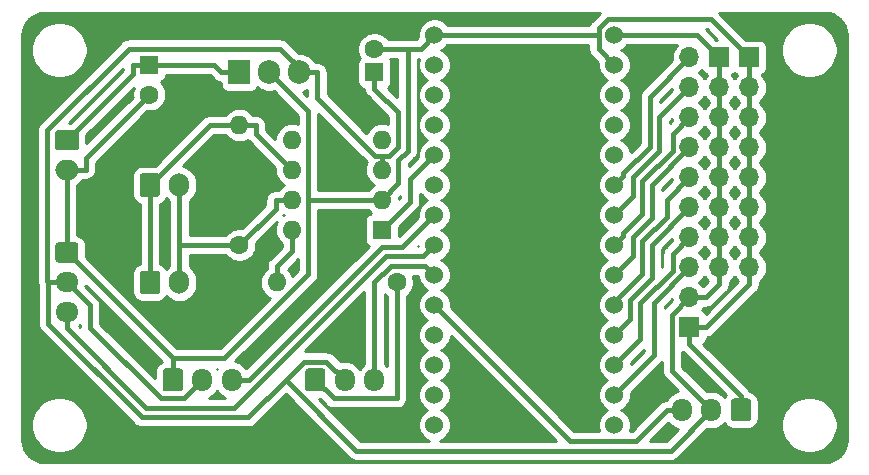
<source format=gbr>
G04 #@! TF.GenerationSoftware,KiCad,Pcbnew,(5.1.2)-2*
G04 #@! TF.CreationDate,2021-07-07T15:52:23+09:00*
G04 #@! TF.ProjectId,bumper,62756d70-6572-42e6-9b69-6361645f7063,rev?*
G04 #@! TF.SameCoordinates,Original*
G04 #@! TF.FileFunction,Copper,L2,Bot*
G04 #@! TF.FilePolarity,Positive*
%FSLAX46Y46*%
G04 Gerber Fmt 4.6, Leading zero omitted, Abs format (unit mm)*
G04 Created by KiCad (PCBNEW (5.1.2)-2) date 2021-07-07 15:52:23*
%MOMM*%
%LPD*%
G04 APERTURE LIST*
%ADD10O,1.700000X1.700000*%
%ADD11R,1.700000X1.700000*%
%ADD12O,1.600000X1.600000*%
%ADD13R,1.600000X1.600000*%
%ADD14C,1.524000*%
%ADD15O,1.905000X2.000000*%
%ADD16R,1.905000X2.000000*%
%ADD17C,1.600000*%
%ADD18O,1.700000X2.000000*%
%ADD19C,0.100000*%
%ADD20C,1.700000*%
%ADD21O,1.700000X1.950000*%
%ADD22O,1.950000X1.700000*%
%ADD23O,2.000000X1.700000*%
%ADD24C,0.450000*%
%ADD25C,0.254000*%
G04 APERTURE END LIST*
D10*
X161290000Y-128905000D03*
X161290000Y-126365000D03*
X161290000Y-123825000D03*
X161290000Y-121285000D03*
X161290000Y-118745000D03*
X161290000Y-116205000D03*
X161290000Y-113665000D03*
D11*
X161290000Y-111125000D03*
D10*
X158750000Y-128905000D03*
X158750000Y-126365000D03*
X158750000Y-123825000D03*
X158750000Y-121285000D03*
X158750000Y-118745000D03*
X158750000Y-116205000D03*
X158750000Y-113665000D03*
D11*
X158750000Y-111125000D03*
D12*
X122555000Y-125730000D03*
X130175000Y-118110000D03*
X122555000Y-123190000D03*
X130175000Y-120650000D03*
X122555000Y-120650000D03*
X130175000Y-123190000D03*
X122555000Y-118110000D03*
D13*
X130175000Y-125730000D03*
D14*
X149860000Y-109220000D03*
X149860000Y-111760000D03*
X149860000Y-114300000D03*
X149860000Y-116840000D03*
X149860000Y-119380000D03*
X149860000Y-121920000D03*
X149860000Y-124460000D03*
X149860000Y-127000000D03*
X149860000Y-129540000D03*
X149860000Y-132080000D03*
X149860000Y-134620000D03*
X149860000Y-137160000D03*
X149860000Y-139700000D03*
X149860000Y-142240000D03*
X134620000Y-142240000D03*
X134620000Y-139700000D03*
X134620000Y-137160000D03*
X134620000Y-134620000D03*
X134620000Y-132080000D03*
X134620000Y-129540000D03*
X134620000Y-127000000D03*
X134620000Y-124460000D03*
X134620000Y-121920000D03*
X134620000Y-119380000D03*
X134620000Y-116840000D03*
X134620000Y-114300000D03*
X134620000Y-111760000D03*
X134620000Y-109220000D03*
D15*
X123190000Y-112395000D03*
X120650000Y-112395000D03*
D16*
X118110000Y-112395000D03*
D12*
X118110000Y-116840000D03*
D17*
X118110000Y-127000000D03*
D12*
X121285000Y-130175000D03*
D17*
X131445000Y-130175000D03*
D18*
X113030000Y-121920000D03*
D19*
G36*
X111154504Y-120921204D02*
G01*
X111178773Y-120924804D01*
X111202571Y-120930765D01*
X111225671Y-120939030D01*
X111247849Y-120949520D01*
X111268893Y-120962133D01*
X111288598Y-120976747D01*
X111306777Y-120993223D01*
X111323253Y-121011402D01*
X111337867Y-121031107D01*
X111350480Y-121052151D01*
X111360970Y-121074329D01*
X111369235Y-121097429D01*
X111375196Y-121121227D01*
X111378796Y-121145496D01*
X111380000Y-121170000D01*
X111380000Y-122670000D01*
X111378796Y-122694504D01*
X111375196Y-122718773D01*
X111369235Y-122742571D01*
X111360970Y-122765671D01*
X111350480Y-122787849D01*
X111337867Y-122808893D01*
X111323253Y-122828598D01*
X111306777Y-122846777D01*
X111288598Y-122863253D01*
X111268893Y-122877867D01*
X111247849Y-122890480D01*
X111225671Y-122900970D01*
X111202571Y-122909235D01*
X111178773Y-122915196D01*
X111154504Y-122918796D01*
X111130000Y-122920000D01*
X109930000Y-122920000D01*
X109905496Y-122918796D01*
X109881227Y-122915196D01*
X109857429Y-122909235D01*
X109834329Y-122900970D01*
X109812151Y-122890480D01*
X109791107Y-122877867D01*
X109771402Y-122863253D01*
X109753223Y-122846777D01*
X109736747Y-122828598D01*
X109722133Y-122808893D01*
X109709520Y-122787849D01*
X109699030Y-122765671D01*
X109690765Y-122742571D01*
X109684804Y-122718773D01*
X109681204Y-122694504D01*
X109680000Y-122670000D01*
X109680000Y-121170000D01*
X109681204Y-121145496D01*
X109684804Y-121121227D01*
X109690765Y-121097429D01*
X109699030Y-121074329D01*
X109709520Y-121052151D01*
X109722133Y-121031107D01*
X109736747Y-121011402D01*
X109753223Y-120993223D01*
X109771402Y-120976747D01*
X109791107Y-120962133D01*
X109812151Y-120949520D01*
X109834329Y-120939030D01*
X109857429Y-120930765D01*
X109881227Y-120924804D01*
X109905496Y-120921204D01*
X109930000Y-120920000D01*
X111130000Y-120920000D01*
X111154504Y-120921204D01*
X111154504Y-120921204D01*
G37*
D20*
X110530000Y-121920000D03*
D18*
X113030000Y-130175000D03*
D19*
G36*
X111154504Y-129176204D02*
G01*
X111178773Y-129179804D01*
X111202571Y-129185765D01*
X111225671Y-129194030D01*
X111247849Y-129204520D01*
X111268893Y-129217133D01*
X111288598Y-129231747D01*
X111306777Y-129248223D01*
X111323253Y-129266402D01*
X111337867Y-129286107D01*
X111350480Y-129307151D01*
X111360970Y-129329329D01*
X111369235Y-129352429D01*
X111375196Y-129376227D01*
X111378796Y-129400496D01*
X111380000Y-129425000D01*
X111380000Y-130925000D01*
X111378796Y-130949504D01*
X111375196Y-130973773D01*
X111369235Y-130997571D01*
X111360970Y-131020671D01*
X111350480Y-131042849D01*
X111337867Y-131063893D01*
X111323253Y-131083598D01*
X111306777Y-131101777D01*
X111288598Y-131118253D01*
X111268893Y-131132867D01*
X111247849Y-131145480D01*
X111225671Y-131155970D01*
X111202571Y-131164235D01*
X111178773Y-131170196D01*
X111154504Y-131173796D01*
X111130000Y-131175000D01*
X109930000Y-131175000D01*
X109905496Y-131173796D01*
X109881227Y-131170196D01*
X109857429Y-131164235D01*
X109834329Y-131155970D01*
X109812151Y-131145480D01*
X109791107Y-131132867D01*
X109771402Y-131118253D01*
X109753223Y-131101777D01*
X109736747Y-131083598D01*
X109722133Y-131063893D01*
X109709520Y-131042849D01*
X109699030Y-131020671D01*
X109690765Y-130997571D01*
X109684804Y-130973773D01*
X109681204Y-130949504D01*
X109680000Y-130925000D01*
X109680000Y-129425000D01*
X109681204Y-129400496D01*
X109684804Y-129376227D01*
X109690765Y-129352429D01*
X109699030Y-129329329D01*
X109709520Y-129307151D01*
X109722133Y-129286107D01*
X109736747Y-129266402D01*
X109753223Y-129248223D01*
X109771402Y-129231747D01*
X109791107Y-129217133D01*
X109812151Y-129204520D01*
X109834329Y-129194030D01*
X109857429Y-129185765D01*
X109881227Y-129179804D01*
X109905496Y-129176204D01*
X109930000Y-129175000D01*
X111130000Y-129175000D01*
X111154504Y-129176204D01*
X111154504Y-129176204D01*
G37*
D20*
X110530000Y-130175000D03*
D10*
X156210000Y-111125000D03*
X156210000Y-113665000D03*
X156210000Y-116205000D03*
X156210000Y-118745000D03*
X156210000Y-121285000D03*
X156210000Y-123825000D03*
X156210000Y-126365000D03*
X156210000Y-128905000D03*
X156210000Y-131445000D03*
D11*
X156210000Y-133985000D03*
D21*
X155575000Y-140970000D03*
X158075000Y-140970000D03*
D19*
G36*
X161199504Y-139996204D02*
G01*
X161223773Y-139999804D01*
X161247571Y-140005765D01*
X161270671Y-140014030D01*
X161292849Y-140024520D01*
X161313893Y-140037133D01*
X161333598Y-140051747D01*
X161351777Y-140068223D01*
X161368253Y-140086402D01*
X161382867Y-140106107D01*
X161395480Y-140127151D01*
X161405970Y-140149329D01*
X161414235Y-140172429D01*
X161420196Y-140196227D01*
X161423796Y-140220496D01*
X161425000Y-140245000D01*
X161425000Y-141695000D01*
X161423796Y-141719504D01*
X161420196Y-141743773D01*
X161414235Y-141767571D01*
X161405970Y-141790671D01*
X161395480Y-141812849D01*
X161382867Y-141833893D01*
X161368253Y-141853598D01*
X161351777Y-141871777D01*
X161333598Y-141888253D01*
X161313893Y-141902867D01*
X161292849Y-141915480D01*
X161270671Y-141925970D01*
X161247571Y-141934235D01*
X161223773Y-141940196D01*
X161199504Y-141943796D01*
X161175000Y-141945000D01*
X159975000Y-141945000D01*
X159950496Y-141943796D01*
X159926227Y-141940196D01*
X159902429Y-141934235D01*
X159879329Y-141925970D01*
X159857151Y-141915480D01*
X159836107Y-141902867D01*
X159816402Y-141888253D01*
X159798223Y-141871777D01*
X159781747Y-141853598D01*
X159767133Y-141833893D01*
X159754520Y-141812849D01*
X159744030Y-141790671D01*
X159735765Y-141767571D01*
X159729804Y-141743773D01*
X159726204Y-141719504D01*
X159725000Y-141695000D01*
X159725000Y-140245000D01*
X159726204Y-140220496D01*
X159729804Y-140196227D01*
X159735765Y-140172429D01*
X159744030Y-140149329D01*
X159754520Y-140127151D01*
X159767133Y-140106107D01*
X159781747Y-140086402D01*
X159798223Y-140068223D01*
X159816402Y-140051747D01*
X159836107Y-140037133D01*
X159857151Y-140024520D01*
X159879329Y-140014030D01*
X159902429Y-140005765D01*
X159926227Y-139999804D01*
X159950496Y-139996204D01*
X159975000Y-139995000D01*
X161175000Y-139995000D01*
X161199504Y-139996204D01*
X161199504Y-139996204D01*
G37*
D20*
X160575000Y-140970000D03*
D21*
X129540000Y-138430000D03*
X127040000Y-138430000D03*
D19*
G36*
X125164504Y-137456204D02*
G01*
X125188773Y-137459804D01*
X125212571Y-137465765D01*
X125235671Y-137474030D01*
X125257849Y-137484520D01*
X125278893Y-137497133D01*
X125298598Y-137511747D01*
X125316777Y-137528223D01*
X125333253Y-137546402D01*
X125347867Y-137566107D01*
X125360480Y-137587151D01*
X125370970Y-137609329D01*
X125379235Y-137632429D01*
X125385196Y-137656227D01*
X125388796Y-137680496D01*
X125390000Y-137705000D01*
X125390000Y-139155000D01*
X125388796Y-139179504D01*
X125385196Y-139203773D01*
X125379235Y-139227571D01*
X125370970Y-139250671D01*
X125360480Y-139272849D01*
X125347867Y-139293893D01*
X125333253Y-139313598D01*
X125316777Y-139331777D01*
X125298598Y-139348253D01*
X125278893Y-139362867D01*
X125257849Y-139375480D01*
X125235671Y-139385970D01*
X125212571Y-139394235D01*
X125188773Y-139400196D01*
X125164504Y-139403796D01*
X125140000Y-139405000D01*
X123940000Y-139405000D01*
X123915496Y-139403796D01*
X123891227Y-139400196D01*
X123867429Y-139394235D01*
X123844329Y-139385970D01*
X123822151Y-139375480D01*
X123801107Y-139362867D01*
X123781402Y-139348253D01*
X123763223Y-139331777D01*
X123746747Y-139313598D01*
X123732133Y-139293893D01*
X123719520Y-139272849D01*
X123709030Y-139250671D01*
X123700765Y-139227571D01*
X123694804Y-139203773D01*
X123691204Y-139179504D01*
X123690000Y-139155000D01*
X123690000Y-137705000D01*
X123691204Y-137680496D01*
X123694804Y-137656227D01*
X123700765Y-137632429D01*
X123709030Y-137609329D01*
X123719520Y-137587151D01*
X123732133Y-137566107D01*
X123746747Y-137546402D01*
X123763223Y-137528223D01*
X123781402Y-137511747D01*
X123801107Y-137497133D01*
X123822151Y-137484520D01*
X123844329Y-137474030D01*
X123867429Y-137465765D01*
X123891227Y-137459804D01*
X123915496Y-137456204D01*
X123940000Y-137455000D01*
X125140000Y-137455000D01*
X125164504Y-137456204D01*
X125164504Y-137456204D01*
G37*
D20*
X124540000Y-138430000D03*
D22*
X103505000Y-132635000D03*
X103505000Y-130135000D03*
D19*
G36*
X104254504Y-126786204D02*
G01*
X104278773Y-126789804D01*
X104302571Y-126795765D01*
X104325671Y-126804030D01*
X104347849Y-126814520D01*
X104368893Y-126827133D01*
X104388598Y-126841747D01*
X104406777Y-126858223D01*
X104423253Y-126876402D01*
X104437867Y-126896107D01*
X104450480Y-126917151D01*
X104460970Y-126939329D01*
X104469235Y-126962429D01*
X104475196Y-126986227D01*
X104478796Y-127010496D01*
X104480000Y-127035000D01*
X104480000Y-128235000D01*
X104478796Y-128259504D01*
X104475196Y-128283773D01*
X104469235Y-128307571D01*
X104460970Y-128330671D01*
X104450480Y-128352849D01*
X104437867Y-128373893D01*
X104423253Y-128393598D01*
X104406777Y-128411777D01*
X104388598Y-128428253D01*
X104368893Y-128442867D01*
X104347849Y-128455480D01*
X104325671Y-128465970D01*
X104302571Y-128474235D01*
X104278773Y-128480196D01*
X104254504Y-128483796D01*
X104230000Y-128485000D01*
X102780000Y-128485000D01*
X102755496Y-128483796D01*
X102731227Y-128480196D01*
X102707429Y-128474235D01*
X102684329Y-128465970D01*
X102662151Y-128455480D01*
X102641107Y-128442867D01*
X102621402Y-128428253D01*
X102603223Y-128411777D01*
X102586747Y-128393598D01*
X102572133Y-128373893D01*
X102559520Y-128352849D01*
X102549030Y-128330671D01*
X102540765Y-128307571D01*
X102534804Y-128283773D01*
X102531204Y-128259504D01*
X102530000Y-128235000D01*
X102530000Y-127035000D01*
X102531204Y-127010496D01*
X102534804Y-126986227D01*
X102540765Y-126962429D01*
X102549030Y-126939329D01*
X102559520Y-126917151D01*
X102572133Y-126896107D01*
X102586747Y-126876402D01*
X102603223Y-126858223D01*
X102621402Y-126841747D01*
X102641107Y-126827133D01*
X102662151Y-126814520D01*
X102684329Y-126804030D01*
X102707429Y-126795765D01*
X102731227Y-126789804D01*
X102755496Y-126786204D01*
X102780000Y-126785000D01*
X104230000Y-126785000D01*
X104254504Y-126786204D01*
X104254504Y-126786204D01*
G37*
D20*
X103505000Y-127635000D03*
D21*
X117475000Y-138430000D03*
X114975000Y-138430000D03*
D19*
G36*
X113099504Y-137456204D02*
G01*
X113123773Y-137459804D01*
X113147571Y-137465765D01*
X113170671Y-137474030D01*
X113192849Y-137484520D01*
X113213893Y-137497133D01*
X113233598Y-137511747D01*
X113251777Y-137528223D01*
X113268253Y-137546402D01*
X113282867Y-137566107D01*
X113295480Y-137587151D01*
X113305970Y-137609329D01*
X113314235Y-137632429D01*
X113320196Y-137656227D01*
X113323796Y-137680496D01*
X113325000Y-137705000D01*
X113325000Y-139155000D01*
X113323796Y-139179504D01*
X113320196Y-139203773D01*
X113314235Y-139227571D01*
X113305970Y-139250671D01*
X113295480Y-139272849D01*
X113282867Y-139293893D01*
X113268253Y-139313598D01*
X113251777Y-139331777D01*
X113233598Y-139348253D01*
X113213893Y-139362867D01*
X113192849Y-139375480D01*
X113170671Y-139385970D01*
X113147571Y-139394235D01*
X113123773Y-139400196D01*
X113099504Y-139403796D01*
X113075000Y-139405000D01*
X111875000Y-139405000D01*
X111850496Y-139403796D01*
X111826227Y-139400196D01*
X111802429Y-139394235D01*
X111779329Y-139385970D01*
X111757151Y-139375480D01*
X111736107Y-139362867D01*
X111716402Y-139348253D01*
X111698223Y-139331777D01*
X111681747Y-139313598D01*
X111667133Y-139293893D01*
X111654520Y-139272849D01*
X111644030Y-139250671D01*
X111635765Y-139227571D01*
X111629804Y-139203773D01*
X111626204Y-139179504D01*
X111625000Y-139155000D01*
X111625000Y-137705000D01*
X111626204Y-137680496D01*
X111629804Y-137656227D01*
X111635765Y-137632429D01*
X111644030Y-137609329D01*
X111654520Y-137587151D01*
X111667133Y-137566107D01*
X111681747Y-137546402D01*
X111698223Y-137528223D01*
X111716402Y-137511747D01*
X111736107Y-137497133D01*
X111757151Y-137484520D01*
X111779329Y-137474030D01*
X111802429Y-137465765D01*
X111826227Y-137459804D01*
X111850496Y-137456204D01*
X111875000Y-137455000D01*
X113075000Y-137455000D01*
X113099504Y-137456204D01*
X113099504Y-137456204D01*
G37*
D20*
X112475000Y-138430000D03*
D23*
X103505000Y-120650000D03*
D19*
G36*
X104279504Y-117301204D02*
G01*
X104303773Y-117304804D01*
X104327571Y-117310765D01*
X104350671Y-117319030D01*
X104372849Y-117329520D01*
X104393893Y-117342133D01*
X104413598Y-117356747D01*
X104431777Y-117373223D01*
X104448253Y-117391402D01*
X104462867Y-117411107D01*
X104475480Y-117432151D01*
X104485970Y-117454329D01*
X104494235Y-117477429D01*
X104500196Y-117501227D01*
X104503796Y-117525496D01*
X104505000Y-117550000D01*
X104505000Y-118750000D01*
X104503796Y-118774504D01*
X104500196Y-118798773D01*
X104494235Y-118822571D01*
X104485970Y-118845671D01*
X104475480Y-118867849D01*
X104462867Y-118888893D01*
X104448253Y-118908598D01*
X104431777Y-118926777D01*
X104413598Y-118943253D01*
X104393893Y-118957867D01*
X104372849Y-118970480D01*
X104350671Y-118980970D01*
X104327571Y-118989235D01*
X104303773Y-118995196D01*
X104279504Y-118998796D01*
X104255000Y-119000000D01*
X102755000Y-119000000D01*
X102730496Y-118998796D01*
X102706227Y-118995196D01*
X102682429Y-118989235D01*
X102659329Y-118980970D01*
X102637151Y-118970480D01*
X102616107Y-118957867D01*
X102596402Y-118943253D01*
X102578223Y-118926777D01*
X102561747Y-118908598D01*
X102547133Y-118888893D01*
X102534520Y-118867849D01*
X102524030Y-118845671D01*
X102515765Y-118822571D01*
X102509804Y-118798773D01*
X102506204Y-118774504D01*
X102505000Y-118750000D01*
X102505000Y-117550000D01*
X102506204Y-117525496D01*
X102509804Y-117501227D01*
X102515765Y-117477429D01*
X102524030Y-117454329D01*
X102534520Y-117432151D01*
X102547133Y-117411107D01*
X102561747Y-117391402D01*
X102578223Y-117373223D01*
X102596402Y-117356747D01*
X102616107Y-117342133D01*
X102637151Y-117329520D01*
X102659329Y-117319030D01*
X102682429Y-117310765D01*
X102706227Y-117304804D01*
X102730496Y-117301204D01*
X102755000Y-117300000D01*
X104255000Y-117300000D01*
X104279504Y-117301204D01*
X104279504Y-117301204D01*
G37*
D20*
X103505000Y-118150000D03*
D17*
X129540000Y-110395000D03*
D13*
X129540000Y-112395000D03*
D17*
X110490000Y-114260000D03*
D13*
X110490000Y-111760000D03*
D24*
X110490000Y-111760000D02*
X109114700Y-111760000D01*
X103505000Y-118150000D02*
X109114700Y-112540300D01*
X109114700Y-112540300D02*
X109114700Y-111760000D01*
X118110000Y-112395000D02*
X116582200Y-112395000D01*
X110490000Y-111760000D02*
X115947200Y-111760000D01*
X115947200Y-111760000D02*
X116582200Y-112395000D01*
X149860000Y-111760000D02*
X148522200Y-110422200D01*
X148522200Y-108666600D02*
X149306600Y-107882200D01*
X149306600Y-107882200D02*
X158047200Y-107882200D01*
X158047200Y-107882200D02*
X161290000Y-111125000D01*
X132350600Y-110395000D02*
X133445000Y-110395000D01*
X133445000Y-110395000D02*
X134620000Y-109220000D01*
X131445000Y-139981700D02*
X131445000Y-130175000D01*
X124540000Y-138430000D02*
X126091700Y-139981700D01*
X126091700Y-139981700D02*
X131445000Y-139981700D01*
X132350600Y-110395000D02*
X129540000Y-110395000D01*
X130175000Y-123190000D02*
X131577000Y-121788000D01*
X131577000Y-121788000D02*
X131577000Y-119784800D01*
X131577000Y-119784800D02*
X132350600Y-119011200D01*
X132350600Y-119011200D02*
X132350600Y-110395000D01*
X123936700Y-123190000D02*
X123936700Y-115681700D01*
X123936700Y-115681700D02*
X120650000Y-112395000D01*
X128799700Y-123190000D02*
X123936700Y-123190000D01*
X161290000Y-113665000D02*
X161290000Y-111125000D01*
X112475000Y-136605000D02*
X112475000Y-138430000D01*
X129487400Y-123190000D02*
X130175000Y-123190000D01*
X129487400Y-123190000D02*
X128799700Y-123190000D01*
X123936700Y-123190000D02*
X123936700Y-129472700D01*
X123936700Y-129472700D02*
X116804400Y-136605000D01*
X116804400Y-136605000D02*
X112475000Y-136605000D01*
X112475000Y-136605000D02*
X103505000Y-127635000D01*
X156210000Y-135410300D02*
X160575000Y-139775300D01*
X160575000Y-139775300D02*
X160575000Y-140970000D01*
X161290000Y-128905000D02*
X161290000Y-130330300D01*
X161290000Y-130330300D02*
X157635300Y-133985000D01*
X157635300Y-133985000D02*
X156210000Y-133985000D01*
X161290000Y-126365000D02*
X161290000Y-128905000D01*
X161290000Y-123825000D02*
X161290000Y-126365000D01*
X161290000Y-121285000D02*
X161290000Y-123825000D01*
X161290000Y-118745000D02*
X161290000Y-121285000D01*
X161290000Y-116205000D02*
X161290000Y-118745000D01*
X161290000Y-113665000D02*
X161290000Y-116205000D01*
X104292700Y-120650000D02*
X103505000Y-121437700D01*
X103505000Y-121437700D02*
X103505000Y-127635000D01*
X104292700Y-120650000D02*
X105080300Y-120650000D01*
X103505000Y-120650000D02*
X104292700Y-120650000D01*
X156210000Y-133985000D02*
X156210000Y-135410300D01*
X110490000Y-114260000D02*
X105080300Y-119669700D01*
X105080300Y-119669700D02*
X105080300Y-120650000D01*
X148454400Y-109220000D02*
X148522200Y-109287800D01*
X134620000Y-109220000D02*
X148454400Y-109220000D01*
X148522200Y-110422200D02*
X148522200Y-109287800D01*
X148522200Y-109287800D02*
X148522200Y-108666600D01*
X130175000Y-119485300D02*
X130175000Y-120650000D01*
X130175000Y-119485300D02*
X130744700Y-119485300D01*
X130744700Y-119485300D02*
X131550300Y-118679700D01*
X131550300Y-118679700D02*
X131550300Y-115780600D01*
X131550300Y-115780600D02*
X129540000Y-113770300D01*
X124717800Y-112395000D02*
X124717800Y-114597800D01*
X124717800Y-114597800D02*
X129605300Y-119485300D01*
X129605300Y-119485300D02*
X130175000Y-119485300D01*
X129540000Y-112395000D02*
X129540000Y-113770300D01*
X123572000Y-112395000D02*
X121550700Y-110373700D01*
X121550700Y-110373700D02*
X108734800Y-110373700D01*
X108734800Y-110373700D02*
X101852100Y-117256400D01*
X101852100Y-117256400D02*
X101852100Y-130047600D01*
X101852100Y-130047600D02*
X101939500Y-130135000D01*
X123572000Y-112395000D02*
X124717800Y-112395000D01*
X123190000Y-112395000D02*
X123572000Y-112395000D01*
X122017600Y-138418900D02*
X128021900Y-144423200D01*
X128021900Y-144423200D02*
X154621800Y-144423200D01*
X154621800Y-144423200D02*
X158075000Y-140970000D01*
X101939500Y-130135000D02*
X101939500Y-133692900D01*
X101939500Y-133692900D02*
X109838900Y-141592300D01*
X109838900Y-141592300D02*
X118844200Y-141592300D01*
X118844200Y-141592300D02*
X122017600Y-138418900D01*
X122017600Y-138418900D02*
X123567600Y-136868900D01*
X123567600Y-136868900D02*
X125478900Y-136868900D01*
X125478900Y-136868900D02*
X127040000Y-138430000D01*
X158750000Y-111125000D02*
X156845000Y-109220000D01*
X156845000Y-109220000D02*
X149860000Y-109220000D01*
X158750000Y-113665000D02*
X158750000Y-111125000D01*
X101939500Y-130135000D02*
X103505000Y-130135000D01*
X114975000Y-138430000D02*
X113419700Y-139985300D01*
X113419700Y-139985300D02*
X111454100Y-139985300D01*
X111454100Y-139985300D02*
X105484400Y-134015600D01*
X105484400Y-134015600D02*
X105484400Y-132114400D01*
X105484400Y-132114400D02*
X103505000Y-130135000D01*
X158750000Y-126365000D02*
X158750000Y-128905000D01*
X158750000Y-123825000D02*
X158750000Y-126365000D01*
X158750000Y-121285000D02*
X158750000Y-123825000D01*
X158750000Y-118745000D02*
X158750000Y-121285000D01*
X158750000Y-116205000D02*
X158750000Y-118745000D01*
X158750000Y-113665000D02*
X158750000Y-116205000D01*
X158750000Y-128905000D02*
X158750000Y-130330300D01*
X156210000Y-131445000D02*
X157635300Y-131445000D01*
X157635300Y-131445000D02*
X158750000Y-130330300D01*
X158075000Y-140970000D02*
X154756900Y-137651900D01*
X154756900Y-137651900D02*
X154756900Y-132898100D01*
X154756900Y-132898100D02*
X156210000Y-131445000D01*
X122555000Y-123190000D02*
X121179700Y-123190000D01*
X118110000Y-127000000D02*
X121179700Y-123930300D01*
X121179700Y-123930300D02*
X121179700Y-123190000D01*
X113030000Y-127000000D02*
X118110000Y-127000000D01*
X113030000Y-127000000D02*
X113030000Y-121920000D01*
X113030000Y-130175000D02*
X113030000Y-127000000D01*
X118110000Y-116840000D02*
X119485300Y-116840000D01*
X119485300Y-116840000D02*
X119485300Y-117580300D01*
X119485300Y-117580300D02*
X122555000Y-120650000D01*
X110530000Y-121920000D02*
X115610000Y-116840000D01*
X115610000Y-116840000D02*
X118110000Y-116840000D01*
X110530000Y-130175000D02*
X110530000Y-121920000D01*
X121285000Y-130175000D02*
X121285000Y-128799700D01*
X121285000Y-128799700D02*
X122555000Y-127529700D01*
X122555000Y-127529700D02*
X122555000Y-125730000D01*
X134620000Y-119380000D02*
X132577700Y-121422300D01*
X132577700Y-121422300D02*
X132577700Y-123327300D01*
X132577700Y-123327300D02*
X130175000Y-125730000D01*
X134620000Y-124460000D02*
X131916400Y-127163600D01*
X131916400Y-127163600D02*
X130166700Y-127163600D01*
X130166700Y-127163600D02*
X118900300Y-138430000D01*
X117475000Y-138430000D02*
X118900300Y-138430000D01*
X134620000Y-127000000D02*
X133656100Y-127963900D01*
X133656100Y-127963900D02*
X130502100Y-127963900D01*
X130502100Y-127963900D02*
X117674100Y-140791900D01*
X117674100Y-140791900D02*
X110236600Y-140791900D01*
X110236600Y-140791900D02*
X103505000Y-134060300D01*
X103505000Y-132635000D02*
X103505000Y-134060300D01*
X129540000Y-138430000D02*
X129540000Y-130134400D01*
X129540000Y-130134400D02*
X130910200Y-128764200D01*
X130910200Y-128764200D02*
X133844200Y-128764200D01*
X133844200Y-128764200D02*
X134620000Y-129540000D01*
X154275000Y-140970000D02*
X155575000Y-140970000D01*
X151667999Y-143577001D02*
X154275000Y-140970000D01*
X146117001Y-143577001D02*
X151667999Y-143577001D01*
X134620000Y-132080000D02*
X146117001Y-143577001D01*
X150621999Y-121158001D02*
X149860000Y-121920000D01*
X150621999Y-120938849D02*
X150621999Y-121158001D01*
X152869990Y-118690858D02*
X150621999Y-120938849D01*
X152869990Y-114465010D02*
X152869990Y-118690858D01*
X156210000Y-111125000D02*
X152869990Y-114465010D01*
X150621999Y-123698001D02*
X149860000Y-124460000D01*
X151434980Y-122885020D02*
X150621999Y-123698001D01*
X151434980Y-121257252D02*
X151434980Y-122885020D01*
X153670000Y-119022232D02*
X151434980Y-121257252D01*
X153670000Y-116205000D02*
X153670000Y-119022232D01*
X156210000Y-113665000D02*
X153670000Y-116205000D01*
X150621999Y-126238001D02*
X149860000Y-127000000D01*
X152234990Y-124405858D02*
X150621999Y-126018849D01*
X152234990Y-121588626D02*
X152234990Y-124405858D01*
X154784999Y-119038617D02*
X152234990Y-121588626D01*
X150621999Y-126018849D02*
X150621999Y-126238001D01*
X154784999Y-117630001D02*
X154784999Y-119038617D01*
X156210000Y-116205000D02*
X154784999Y-117630001D01*
X150621999Y-128778001D02*
X149860000Y-129540000D01*
X151434980Y-127965020D02*
X150621999Y-128778001D01*
X151434980Y-126337252D02*
X151434980Y-127965020D01*
X153035000Y-124737232D02*
X151434980Y-126337252D01*
X153035000Y-121920000D02*
X153035000Y-124737232D01*
X156210000Y-118745000D02*
X153035000Y-121920000D01*
X149860000Y-131860848D02*
X149860000Y-132080000D01*
X152234990Y-129485858D02*
X149860000Y-131860848D01*
X152234990Y-126668626D02*
X152234990Y-129485858D01*
X154305000Y-124598616D02*
X152234990Y-126668626D01*
X154305000Y-123190000D02*
X154305000Y-124598616D01*
X156210000Y-121285000D02*
X154305000Y-123190000D01*
X150621999Y-133858001D02*
X149860000Y-134620000D01*
X151197001Y-133282999D02*
X150621999Y-133858001D01*
X151197001Y-131655231D02*
X151197001Y-133282999D01*
X153035000Y-129817232D02*
X151197001Y-131655231D01*
X153035000Y-127000000D02*
X153035000Y-129817232D01*
X156210000Y-123825000D02*
X153035000Y-127000000D01*
X152041810Y-134978190D02*
X150495000Y-136525000D01*
X152041810Y-131941806D02*
X152041810Y-134978190D01*
X154784999Y-129198617D02*
X152041810Y-131941806D01*
X154784999Y-127790001D02*
X154784999Y-129198617D01*
X156210000Y-126365000D02*
X154784999Y-127790001D01*
X149860000Y-137160000D02*
X150495000Y-136525000D01*
X150621999Y-138938001D02*
X149860000Y-139700000D01*
X153242110Y-136317890D02*
X150621999Y-138938001D01*
X153242110Y-131872890D02*
X153242110Y-136317890D01*
X156210000Y-128905000D02*
X153242110Y-131872890D01*
D25*
G36*
X147943960Y-108028617D02*
G01*
X147911147Y-108055546D01*
X147884218Y-108088359D01*
X147884216Y-108088361D01*
X147852903Y-108126516D01*
X147803677Y-108186498D01*
X147723820Y-108335900D01*
X147716509Y-108360000D01*
X135725523Y-108360000D01*
X135705120Y-108329465D01*
X135510535Y-108134880D01*
X135281727Y-107981995D01*
X135027490Y-107876686D01*
X134757592Y-107823000D01*
X134482408Y-107823000D01*
X134212510Y-107876686D01*
X133958273Y-107981995D01*
X133729465Y-108134880D01*
X133534880Y-108329465D01*
X133381995Y-108558273D01*
X133276686Y-108812510D01*
X133223000Y-109082408D01*
X133223000Y-109357592D01*
X133230165Y-109393612D01*
X133088777Y-109535000D01*
X132392846Y-109535000D01*
X132350600Y-109530839D01*
X132308354Y-109535000D01*
X130691226Y-109535000D01*
X130654637Y-109480241D01*
X130454759Y-109280363D01*
X130219727Y-109123320D01*
X129958574Y-109015147D01*
X129681335Y-108960000D01*
X129398665Y-108960000D01*
X129121426Y-109015147D01*
X128860273Y-109123320D01*
X128625241Y-109280363D01*
X128425363Y-109480241D01*
X128268320Y-109715273D01*
X128160147Y-109976426D01*
X128105000Y-110253665D01*
X128105000Y-110536335D01*
X128160147Y-110813574D01*
X128268320Y-111074727D01*
X128305393Y-111130210D01*
X128288815Y-111143815D01*
X128209463Y-111240506D01*
X128150498Y-111350820D01*
X128114188Y-111470518D01*
X128101928Y-111595000D01*
X128101928Y-113195000D01*
X128114188Y-113319482D01*
X128150498Y-113439180D01*
X128209463Y-113549494D01*
X128288815Y-113646185D01*
X128385506Y-113725537D01*
X128495820Y-113784502D01*
X128615518Y-113820812D01*
X128681454Y-113827306D01*
X128692444Y-113938889D01*
X128738711Y-114091411D01*
X128741620Y-114101000D01*
X128821477Y-114250402D01*
X128928947Y-114381354D01*
X128961760Y-114408283D01*
X130690301Y-116136825D01*
X130690301Y-116766744D01*
X130456309Y-116695764D01*
X130245492Y-116675000D01*
X130104508Y-116675000D01*
X129893691Y-116695764D01*
X129623192Y-116777818D01*
X129373899Y-116911068D01*
X129155392Y-117090392D01*
X128976068Y-117308899D01*
X128860791Y-117524567D01*
X125577800Y-114241577D01*
X125577800Y-112437246D01*
X125581961Y-112395000D01*
X125565356Y-112226411D01*
X125516181Y-112064300D01*
X125436324Y-111914898D01*
X125328854Y-111783946D01*
X125197902Y-111676476D01*
X125048500Y-111596619D01*
X124886389Y-111547444D01*
X124760046Y-111535000D01*
X124717800Y-111530839D01*
X124675554Y-111535000D01*
X124555757Y-111535000D01*
X124516345Y-111461265D01*
X124317963Y-111219537D01*
X124076234Y-111021155D01*
X123800448Y-110873745D01*
X123501203Y-110782970D01*
X123190000Y-110752319D01*
X123149529Y-110756305D01*
X122188688Y-109795465D01*
X122161754Y-109762646D01*
X122030802Y-109655176D01*
X121881400Y-109575319D01*
X121719289Y-109526144D01*
X121592946Y-109513700D01*
X121592939Y-109513700D01*
X121550700Y-109509540D01*
X121508461Y-109513700D01*
X108777046Y-109513700D01*
X108734800Y-109509539D01*
X108566210Y-109526144D01*
X108404099Y-109575319D01*
X108374815Y-109590972D01*
X108254698Y-109655176D01*
X108123746Y-109762646D01*
X108096817Y-109795459D01*
X101273865Y-116618412D01*
X101241046Y-116645346D01*
X101133576Y-116776299D01*
X101053719Y-116925701D01*
X101025434Y-117018947D01*
X101010202Y-117069161D01*
X101004544Y-117087812D01*
X100992100Y-117214155D01*
X100992100Y-117214161D01*
X100987940Y-117256400D01*
X100992100Y-117298639D01*
X100992101Y-130005351D01*
X100987940Y-130047600D01*
X101004544Y-130216189D01*
X101053720Y-130378300D01*
X101079500Y-130426531D01*
X101079501Y-133650651D01*
X101075340Y-133692900D01*
X101091944Y-133861489D01*
X101141120Y-134023600D01*
X101220977Y-134173002D01*
X101253401Y-134212510D01*
X101328447Y-134303954D01*
X101361260Y-134330883D01*
X109200917Y-142170541D01*
X109227846Y-142203354D01*
X109358798Y-142310824D01*
X109456159Y-142362864D01*
X109508199Y-142390681D01*
X109670310Y-142439856D01*
X109838900Y-142456461D01*
X109881146Y-142452300D01*
X118801961Y-142452300D01*
X118844200Y-142456460D01*
X118886439Y-142452300D01*
X118886446Y-142452300D01*
X119012789Y-142439856D01*
X119174900Y-142390681D01*
X119324302Y-142310824D01*
X119455254Y-142203354D01*
X119482188Y-142170535D01*
X122017600Y-139635123D01*
X127383912Y-145001435D01*
X127410846Y-145034254D01*
X127541798Y-145141724D01*
X127691200Y-145221581D01*
X127765971Y-145244262D01*
X127853309Y-145270756D01*
X127884438Y-145273822D01*
X127979654Y-145283200D01*
X127979660Y-145283200D01*
X128021899Y-145287360D01*
X128064138Y-145283200D01*
X154579561Y-145283200D01*
X154621800Y-145287360D01*
X154664039Y-145283200D01*
X154664046Y-145283200D01*
X154790389Y-145270756D01*
X154952500Y-145221581D01*
X155101902Y-145141724D01*
X155232854Y-145034254D01*
X155259788Y-145001435D01*
X157721605Y-142539619D01*
X157783889Y-142558513D01*
X158075000Y-142587185D01*
X158366110Y-142558513D01*
X158646033Y-142473599D01*
X158904013Y-142335706D01*
X159130134Y-142150134D01*
X159182223Y-142086663D01*
X159236595Y-142188386D01*
X159347038Y-142322962D01*
X159481614Y-142433405D01*
X159635150Y-142515472D01*
X159801746Y-142566008D01*
X159975000Y-142583072D01*
X161175000Y-142583072D01*
X161348254Y-142566008D01*
X161514850Y-142515472D01*
X161668386Y-142433405D01*
X161802962Y-142322962D01*
X161913405Y-142188386D01*
X161995472Y-142034850D01*
X162004497Y-142005098D01*
X163985000Y-142005098D01*
X163985000Y-142474902D01*
X164076654Y-142935679D01*
X164256440Y-143369721D01*
X164517450Y-143760349D01*
X164849651Y-144092550D01*
X165240279Y-144353560D01*
X165674321Y-144533346D01*
X166135098Y-144625000D01*
X166604902Y-144625000D01*
X167065679Y-144533346D01*
X167499721Y-144353560D01*
X167890349Y-144092550D01*
X168222550Y-143760349D01*
X168483560Y-143369721D01*
X168663346Y-142935679D01*
X168755000Y-142474902D01*
X168755000Y-142005098D01*
X168663346Y-141544321D01*
X168483560Y-141110279D01*
X168222550Y-140719651D01*
X167890349Y-140387450D01*
X167499721Y-140126440D01*
X167065679Y-139946654D01*
X166604902Y-139855000D01*
X166135098Y-139855000D01*
X165674321Y-139946654D01*
X165240279Y-140126440D01*
X164849651Y-140387450D01*
X164517450Y-140719651D01*
X164256440Y-141110279D01*
X164076654Y-141544321D01*
X163985000Y-142005098D01*
X162004497Y-142005098D01*
X162046008Y-141868254D01*
X162063072Y-141695000D01*
X162063072Y-140245000D01*
X162046008Y-140071746D01*
X161995472Y-139905150D01*
X161913405Y-139751614D01*
X161802962Y-139617038D01*
X161668386Y-139506595D01*
X161514850Y-139424528D01*
X161348254Y-139373992D01*
X161334939Y-139372681D01*
X161293524Y-139295198D01*
X161186054Y-139164246D01*
X161153242Y-139137318D01*
X157392967Y-135377044D01*
X157414494Y-135365537D01*
X157511185Y-135286185D01*
X157590537Y-135189494D01*
X157649502Y-135079180D01*
X157685812Y-134959482D01*
X157697279Y-134843056D01*
X157803889Y-134832556D01*
X157966000Y-134783381D01*
X158115402Y-134703524D01*
X158246354Y-134596054D01*
X158273288Y-134563235D01*
X161868241Y-130968283D01*
X161901054Y-130941354D01*
X162008524Y-130810402D01*
X162088381Y-130661000D01*
X162135490Y-130505700D01*
X162137556Y-130498891D01*
X162146886Y-130404160D01*
X162150000Y-130372546D01*
X162150000Y-130372540D01*
X162154160Y-130330301D01*
X162150000Y-130288062D01*
X162150000Y-130120276D01*
X162345134Y-129960134D01*
X162530706Y-129734014D01*
X162668599Y-129476034D01*
X162753513Y-129196111D01*
X162782185Y-128905000D01*
X162753513Y-128613889D01*
X162668599Y-128333966D01*
X162530706Y-128075986D01*
X162345134Y-127849866D01*
X162150000Y-127689724D01*
X162150000Y-127580276D01*
X162345134Y-127420134D01*
X162530706Y-127194014D01*
X162668599Y-126936034D01*
X162753513Y-126656111D01*
X162782185Y-126365000D01*
X162753513Y-126073889D01*
X162668599Y-125793966D01*
X162530706Y-125535986D01*
X162345134Y-125309866D01*
X162150000Y-125149724D01*
X162150000Y-125040276D01*
X162345134Y-124880134D01*
X162530706Y-124654014D01*
X162668599Y-124396034D01*
X162753513Y-124116111D01*
X162782185Y-123825000D01*
X162753513Y-123533889D01*
X162668599Y-123253966D01*
X162530706Y-122995986D01*
X162345134Y-122769866D01*
X162150000Y-122609724D01*
X162150000Y-122500276D01*
X162345134Y-122340134D01*
X162530706Y-122114014D01*
X162668599Y-121856034D01*
X162753513Y-121576111D01*
X162782185Y-121285000D01*
X162753513Y-120993889D01*
X162668599Y-120713966D01*
X162530706Y-120455986D01*
X162345134Y-120229866D01*
X162150000Y-120069724D01*
X162150000Y-119960276D01*
X162345134Y-119800134D01*
X162530706Y-119574014D01*
X162668599Y-119316034D01*
X162753513Y-119036111D01*
X162782185Y-118745000D01*
X162753513Y-118453889D01*
X162668599Y-118173966D01*
X162530706Y-117915986D01*
X162345134Y-117689866D01*
X162150000Y-117529724D01*
X162150000Y-117420276D01*
X162345134Y-117260134D01*
X162530706Y-117034014D01*
X162668599Y-116776034D01*
X162753513Y-116496111D01*
X162782185Y-116205000D01*
X162753513Y-115913889D01*
X162668599Y-115633966D01*
X162530706Y-115375986D01*
X162345134Y-115149866D01*
X162150000Y-114989724D01*
X162150000Y-114880276D01*
X162345134Y-114720134D01*
X162530706Y-114494014D01*
X162668599Y-114236034D01*
X162753513Y-113956111D01*
X162782185Y-113665000D01*
X162753513Y-113373889D01*
X162668599Y-113093966D01*
X162530706Y-112835986D01*
X162345134Y-112609866D01*
X162315313Y-112585393D01*
X162384180Y-112564502D01*
X162494494Y-112505537D01*
X162591185Y-112426185D01*
X162670537Y-112329494D01*
X162729502Y-112219180D01*
X162765812Y-112099482D01*
X162778072Y-111975000D01*
X162778072Y-110275000D01*
X162776112Y-110255098D01*
X163985000Y-110255098D01*
X163985000Y-110724902D01*
X164076654Y-111185679D01*
X164256440Y-111619721D01*
X164517450Y-112010349D01*
X164849651Y-112342550D01*
X165240279Y-112603560D01*
X165674321Y-112783346D01*
X166135098Y-112875000D01*
X166604902Y-112875000D01*
X167065679Y-112783346D01*
X167499721Y-112603560D01*
X167890349Y-112342550D01*
X168222550Y-112010349D01*
X168483560Y-111619721D01*
X168663346Y-111185679D01*
X168755000Y-110724902D01*
X168755000Y-110255098D01*
X168663346Y-109794321D01*
X168483560Y-109360279D01*
X168222550Y-108969651D01*
X167890349Y-108637450D01*
X167499721Y-108376440D01*
X167065679Y-108196654D01*
X166604902Y-108105000D01*
X166135098Y-108105000D01*
X165674321Y-108196654D01*
X165240279Y-108376440D01*
X164849651Y-108637450D01*
X164517450Y-108969651D01*
X164256440Y-109360279D01*
X164076654Y-109794321D01*
X163985000Y-110255098D01*
X162776112Y-110255098D01*
X162765812Y-110150518D01*
X162729502Y-110030820D01*
X162670537Y-109920506D01*
X162591185Y-109823815D01*
X162494494Y-109744463D01*
X162384180Y-109685498D01*
X162264482Y-109649188D01*
X162140000Y-109636928D01*
X161018152Y-109636928D01*
X158721223Y-107340000D01*
X167607721Y-107340000D01*
X168004545Y-107378909D01*
X168355208Y-107484780D01*
X168678625Y-107656744D01*
X168962484Y-107888254D01*
X169195965Y-108170486D01*
X169370183Y-108492695D01*
X169478502Y-108842614D01*
X169520001Y-109237452D01*
X169520000Y-143477721D01*
X169481091Y-143874545D01*
X169375220Y-144225206D01*
X169203257Y-144548623D01*
X168971748Y-144832482D01*
X168689514Y-145065965D01*
X168367304Y-145240184D01*
X168017385Y-145348502D01*
X167622557Y-145390000D01*
X101632279Y-145390000D01*
X101235455Y-145351091D01*
X100884794Y-145245220D01*
X100561377Y-145073257D01*
X100277518Y-144841748D01*
X100044035Y-144559514D01*
X99869816Y-144237304D01*
X99761498Y-143887385D01*
X99720000Y-143492557D01*
X99720000Y-142005098D01*
X100485000Y-142005098D01*
X100485000Y-142474902D01*
X100576654Y-142935679D01*
X100756440Y-143369721D01*
X101017450Y-143760349D01*
X101349651Y-144092550D01*
X101740279Y-144353560D01*
X102174321Y-144533346D01*
X102635098Y-144625000D01*
X103104902Y-144625000D01*
X103565679Y-144533346D01*
X103999721Y-144353560D01*
X104390349Y-144092550D01*
X104722550Y-143760349D01*
X104983560Y-143369721D01*
X105163346Y-142935679D01*
X105255000Y-142474902D01*
X105255000Y-142005098D01*
X105163346Y-141544321D01*
X104983560Y-141110279D01*
X104722550Y-140719651D01*
X104390349Y-140387450D01*
X103999721Y-140126440D01*
X103565679Y-139946654D01*
X103104902Y-139855000D01*
X102635098Y-139855000D01*
X102174321Y-139946654D01*
X101740279Y-140126440D01*
X101349651Y-140387450D01*
X101017450Y-140719651D01*
X100756440Y-141110279D01*
X100576654Y-141544321D01*
X100485000Y-142005098D01*
X99720000Y-142005098D01*
X99720000Y-110255098D01*
X100485000Y-110255098D01*
X100485000Y-110724902D01*
X100576654Y-111185679D01*
X100756440Y-111619721D01*
X101017450Y-112010349D01*
X101349651Y-112342550D01*
X101740279Y-112603560D01*
X102174321Y-112783346D01*
X102635098Y-112875000D01*
X103104902Y-112875000D01*
X103565679Y-112783346D01*
X103999721Y-112603560D01*
X104390349Y-112342550D01*
X104722550Y-112010349D01*
X104983560Y-111619721D01*
X105163346Y-111185679D01*
X105255000Y-110724902D01*
X105255000Y-110255098D01*
X105163346Y-109794321D01*
X104983560Y-109360279D01*
X104722550Y-108969651D01*
X104390349Y-108637450D01*
X103999721Y-108376440D01*
X103565679Y-108196654D01*
X103104902Y-108105000D01*
X102635098Y-108105000D01*
X102174321Y-108196654D01*
X101740279Y-108376440D01*
X101349651Y-108637450D01*
X101017450Y-108969651D01*
X100756440Y-109360279D01*
X100576654Y-109794321D01*
X100485000Y-110255098D01*
X99720000Y-110255098D01*
X99720000Y-109252279D01*
X99758909Y-108855455D01*
X99864780Y-108504792D01*
X100036744Y-108181375D01*
X100268254Y-107897516D01*
X100550486Y-107664035D01*
X100872695Y-107489817D01*
X101222614Y-107381498D01*
X101617443Y-107340000D01*
X148632576Y-107340000D01*
X147943960Y-108028617D01*
X147943960Y-108028617D01*
G37*
X147943960Y-108028617D02*
X147911147Y-108055546D01*
X147884218Y-108088359D01*
X147884216Y-108088361D01*
X147852903Y-108126516D01*
X147803677Y-108186498D01*
X147723820Y-108335900D01*
X147716509Y-108360000D01*
X135725523Y-108360000D01*
X135705120Y-108329465D01*
X135510535Y-108134880D01*
X135281727Y-107981995D01*
X135027490Y-107876686D01*
X134757592Y-107823000D01*
X134482408Y-107823000D01*
X134212510Y-107876686D01*
X133958273Y-107981995D01*
X133729465Y-108134880D01*
X133534880Y-108329465D01*
X133381995Y-108558273D01*
X133276686Y-108812510D01*
X133223000Y-109082408D01*
X133223000Y-109357592D01*
X133230165Y-109393612D01*
X133088777Y-109535000D01*
X132392846Y-109535000D01*
X132350600Y-109530839D01*
X132308354Y-109535000D01*
X130691226Y-109535000D01*
X130654637Y-109480241D01*
X130454759Y-109280363D01*
X130219727Y-109123320D01*
X129958574Y-109015147D01*
X129681335Y-108960000D01*
X129398665Y-108960000D01*
X129121426Y-109015147D01*
X128860273Y-109123320D01*
X128625241Y-109280363D01*
X128425363Y-109480241D01*
X128268320Y-109715273D01*
X128160147Y-109976426D01*
X128105000Y-110253665D01*
X128105000Y-110536335D01*
X128160147Y-110813574D01*
X128268320Y-111074727D01*
X128305393Y-111130210D01*
X128288815Y-111143815D01*
X128209463Y-111240506D01*
X128150498Y-111350820D01*
X128114188Y-111470518D01*
X128101928Y-111595000D01*
X128101928Y-113195000D01*
X128114188Y-113319482D01*
X128150498Y-113439180D01*
X128209463Y-113549494D01*
X128288815Y-113646185D01*
X128385506Y-113725537D01*
X128495820Y-113784502D01*
X128615518Y-113820812D01*
X128681454Y-113827306D01*
X128692444Y-113938889D01*
X128738711Y-114091411D01*
X128741620Y-114101000D01*
X128821477Y-114250402D01*
X128928947Y-114381354D01*
X128961760Y-114408283D01*
X130690301Y-116136825D01*
X130690301Y-116766744D01*
X130456309Y-116695764D01*
X130245492Y-116675000D01*
X130104508Y-116675000D01*
X129893691Y-116695764D01*
X129623192Y-116777818D01*
X129373899Y-116911068D01*
X129155392Y-117090392D01*
X128976068Y-117308899D01*
X128860791Y-117524567D01*
X125577800Y-114241577D01*
X125577800Y-112437246D01*
X125581961Y-112395000D01*
X125565356Y-112226411D01*
X125516181Y-112064300D01*
X125436324Y-111914898D01*
X125328854Y-111783946D01*
X125197902Y-111676476D01*
X125048500Y-111596619D01*
X124886389Y-111547444D01*
X124760046Y-111535000D01*
X124717800Y-111530839D01*
X124675554Y-111535000D01*
X124555757Y-111535000D01*
X124516345Y-111461265D01*
X124317963Y-111219537D01*
X124076234Y-111021155D01*
X123800448Y-110873745D01*
X123501203Y-110782970D01*
X123190000Y-110752319D01*
X123149529Y-110756305D01*
X122188688Y-109795465D01*
X122161754Y-109762646D01*
X122030802Y-109655176D01*
X121881400Y-109575319D01*
X121719289Y-109526144D01*
X121592946Y-109513700D01*
X121592939Y-109513700D01*
X121550700Y-109509540D01*
X121508461Y-109513700D01*
X108777046Y-109513700D01*
X108734800Y-109509539D01*
X108566210Y-109526144D01*
X108404099Y-109575319D01*
X108374815Y-109590972D01*
X108254698Y-109655176D01*
X108123746Y-109762646D01*
X108096817Y-109795459D01*
X101273865Y-116618412D01*
X101241046Y-116645346D01*
X101133576Y-116776299D01*
X101053719Y-116925701D01*
X101025434Y-117018947D01*
X101010202Y-117069161D01*
X101004544Y-117087812D01*
X100992100Y-117214155D01*
X100992100Y-117214161D01*
X100987940Y-117256400D01*
X100992100Y-117298639D01*
X100992101Y-130005351D01*
X100987940Y-130047600D01*
X101004544Y-130216189D01*
X101053720Y-130378300D01*
X101079500Y-130426531D01*
X101079501Y-133650651D01*
X101075340Y-133692900D01*
X101091944Y-133861489D01*
X101141120Y-134023600D01*
X101220977Y-134173002D01*
X101253401Y-134212510D01*
X101328447Y-134303954D01*
X101361260Y-134330883D01*
X109200917Y-142170541D01*
X109227846Y-142203354D01*
X109358798Y-142310824D01*
X109456159Y-142362864D01*
X109508199Y-142390681D01*
X109670310Y-142439856D01*
X109838900Y-142456461D01*
X109881146Y-142452300D01*
X118801961Y-142452300D01*
X118844200Y-142456460D01*
X118886439Y-142452300D01*
X118886446Y-142452300D01*
X119012789Y-142439856D01*
X119174900Y-142390681D01*
X119324302Y-142310824D01*
X119455254Y-142203354D01*
X119482188Y-142170535D01*
X122017600Y-139635123D01*
X127383912Y-145001435D01*
X127410846Y-145034254D01*
X127541798Y-145141724D01*
X127691200Y-145221581D01*
X127765971Y-145244262D01*
X127853309Y-145270756D01*
X127884438Y-145273822D01*
X127979654Y-145283200D01*
X127979660Y-145283200D01*
X128021899Y-145287360D01*
X128064138Y-145283200D01*
X154579561Y-145283200D01*
X154621800Y-145287360D01*
X154664039Y-145283200D01*
X154664046Y-145283200D01*
X154790389Y-145270756D01*
X154952500Y-145221581D01*
X155101902Y-145141724D01*
X155232854Y-145034254D01*
X155259788Y-145001435D01*
X157721605Y-142539619D01*
X157783889Y-142558513D01*
X158075000Y-142587185D01*
X158366110Y-142558513D01*
X158646033Y-142473599D01*
X158904013Y-142335706D01*
X159130134Y-142150134D01*
X159182223Y-142086663D01*
X159236595Y-142188386D01*
X159347038Y-142322962D01*
X159481614Y-142433405D01*
X159635150Y-142515472D01*
X159801746Y-142566008D01*
X159975000Y-142583072D01*
X161175000Y-142583072D01*
X161348254Y-142566008D01*
X161514850Y-142515472D01*
X161668386Y-142433405D01*
X161802962Y-142322962D01*
X161913405Y-142188386D01*
X161995472Y-142034850D01*
X162004497Y-142005098D01*
X163985000Y-142005098D01*
X163985000Y-142474902D01*
X164076654Y-142935679D01*
X164256440Y-143369721D01*
X164517450Y-143760349D01*
X164849651Y-144092550D01*
X165240279Y-144353560D01*
X165674321Y-144533346D01*
X166135098Y-144625000D01*
X166604902Y-144625000D01*
X167065679Y-144533346D01*
X167499721Y-144353560D01*
X167890349Y-144092550D01*
X168222550Y-143760349D01*
X168483560Y-143369721D01*
X168663346Y-142935679D01*
X168755000Y-142474902D01*
X168755000Y-142005098D01*
X168663346Y-141544321D01*
X168483560Y-141110279D01*
X168222550Y-140719651D01*
X167890349Y-140387450D01*
X167499721Y-140126440D01*
X167065679Y-139946654D01*
X166604902Y-139855000D01*
X166135098Y-139855000D01*
X165674321Y-139946654D01*
X165240279Y-140126440D01*
X164849651Y-140387450D01*
X164517450Y-140719651D01*
X164256440Y-141110279D01*
X164076654Y-141544321D01*
X163985000Y-142005098D01*
X162004497Y-142005098D01*
X162046008Y-141868254D01*
X162063072Y-141695000D01*
X162063072Y-140245000D01*
X162046008Y-140071746D01*
X161995472Y-139905150D01*
X161913405Y-139751614D01*
X161802962Y-139617038D01*
X161668386Y-139506595D01*
X161514850Y-139424528D01*
X161348254Y-139373992D01*
X161334939Y-139372681D01*
X161293524Y-139295198D01*
X161186054Y-139164246D01*
X161153242Y-139137318D01*
X157392967Y-135377044D01*
X157414494Y-135365537D01*
X157511185Y-135286185D01*
X157590537Y-135189494D01*
X157649502Y-135079180D01*
X157685812Y-134959482D01*
X157697279Y-134843056D01*
X157803889Y-134832556D01*
X157966000Y-134783381D01*
X158115402Y-134703524D01*
X158246354Y-134596054D01*
X158273288Y-134563235D01*
X161868241Y-130968283D01*
X161901054Y-130941354D01*
X162008524Y-130810402D01*
X162088381Y-130661000D01*
X162135490Y-130505700D01*
X162137556Y-130498891D01*
X162146886Y-130404160D01*
X162150000Y-130372546D01*
X162150000Y-130372540D01*
X162154160Y-130330301D01*
X162150000Y-130288062D01*
X162150000Y-130120276D01*
X162345134Y-129960134D01*
X162530706Y-129734014D01*
X162668599Y-129476034D01*
X162753513Y-129196111D01*
X162782185Y-128905000D01*
X162753513Y-128613889D01*
X162668599Y-128333966D01*
X162530706Y-128075986D01*
X162345134Y-127849866D01*
X162150000Y-127689724D01*
X162150000Y-127580276D01*
X162345134Y-127420134D01*
X162530706Y-127194014D01*
X162668599Y-126936034D01*
X162753513Y-126656111D01*
X162782185Y-126365000D01*
X162753513Y-126073889D01*
X162668599Y-125793966D01*
X162530706Y-125535986D01*
X162345134Y-125309866D01*
X162150000Y-125149724D01*
X162150000Y-125040276D01*
X162345134Y-124880134D01*
X162530706Y-124654014D01*
X162668599Y-124396034D01*
X162753513Y-124116111D01*
X162782185Y-123825000D01*
X162753513Y-123533889D01*
X162668599Y-123253966D01*
X162530706Y-122995986D01*
X162345134Y-122769866D01*
X162150000Y-122609724D01*
X162150000Y-122500276D01*
X162345134Y-122340134D01*
X162530706Y-122114014D01*
X162668599Y-121856034D01*
X162753513Y-121576111D01*
X162782185Y-121285000D01*
X162753513Y-120993889D01*
X162668599Y-120713966D01*
X162530706Y-120455986D01*
X162345134Y-120229866D01*
X162150000Y-120069724D01*
X162150000Y-119960276D01*
X162345134Y-119800134D01*
X162530706Y-119574014D01*
X162668599Y-119316034D01*
X162753513Y-119036111D01*
X162782185Y-118745000D01*
X162753513Y-118453889D01*
X162668599Y-118173966D01*
X162530706Y-117915986D01*
X162345134Y-117689866D01*
X162150000Y-117529724D01*
X162150000Y-117420276D01*
X162345134Y-117260134D01*
X162530706Y-117034014D01*
X162668599Y-116776034D01*
X162753513Y-116496111D01*
X162782185Y-116205000D01*
X162753513Y-115913889D01*
X162668599Y-115633966D01*
X162530706Y-115375986D01*
X162345134Y-115149866D01*
X162150000Y-114989724D01*
X162150000Y-114880276D01*
X162345134Y-114720134D01*
X162530706Y-114494014D01*
X162668599Y-114236034D01*
X162753513Y-113956111D01*
X162782185Y-113665000D01*
X162753513Y-113373889D01*
X162668599Y-113093966D01*
X162530706Y-112835986D01*
X162345134Y-112609866D01*
X162315313Y-112585393D01*
X162384180Y-112564502D01*
X162494494Y-112505537D01*
X162591185Y-112426185D01*
X162670537Y-112329494D01*
X162729502Y-112219180D01*
X162765812Y-112099482D01*
X162778072Y-111975000D01*
X162778072Y-110275000D01*
X162776112Y-110255098D01*
X163985000Y-110255098D01*
X163985000Y-110724902D01*
X164076654Y-111185679D01*
X164256440Y-111619721D01*
X164517450Y-112010349D01*
X164849651Y-112342550D01*
X165240279Y-112603560D01*
X165674321Y-112783346D01*
X166135098Y-112875000D01*
X166604902Y-112875000D01*
X167065679Y-112783346D01*
X167499721Y-112603560D01*
X167890349Y-112342550D01*
X168222550Y-112010349D01*
X168483560Y-111619721D01*
X168663346Y-111185679D01*
X168755000Y-110724902D01*
X168755000Y-110255098D01*
X168663346Y-109794321D01*
X168483560Y-109360279D01*
X168222550Y-108969651D01*
X167890349Y-108637450D01*
X167499721Y-108376440D01*
X167065679Y-108196654D01*
X166604902Y-108105000D01*
X166135098Y-108105000D01*
X165674321Y-108196654D01*
X165240279Y-108376440D01*
X164849651Y-108637450D01*
X164517450Y-108969651D01*
X164256440Y-109360279D01*
X164076654Y-109794321D01*
X163985000Y-110255098D01*
X162776112Y-110255098D01*
X162765812Y-110150518D01*
X162729502Y-110030820D01*
X162670537Y-109920506D01*
X162591185Y-109823815D01*
X162494494Y-109744463D01*
X162384180Y-109685498D01*
X162264482Y-109649188D01*
X162140000Y-109636928D01*
X161018152Y-109636928D01*
X158721223Y-107340000D01*
X167607721Y-107340000D01*
X168004545Y-107378909D01*
X168355208Y-107484780D01*
X168678625Y-107656744D01*
X168962484Y-107888254D01*
X169195965Y-108170486D01*
X169370183Y-108492695D01*
X169478502Y-108842614D01*
X169520001Y-109237452D01*
X169520000Y-143477721D01*
X169481091Y-143874545D01*
X169375220Y-144225206D01*
X169203257Y-144548623D01*
X168971748Y-144832482D01*
X168689514Y-145065965D01*
X168367304Y-145240184D01*
X168017385Y-145348502D01*
X167622557Y-145390000D01*
X101632279Y-145390000D01*
X101235455Y-145351091D01*
X100884794Y-145245220D01*
X100561377Y-145073257D01*
X100277518Y-144841748D01*
X100044035Y-144559514D01*
X99869816Y-144237304D01*
X99761498Y-143887385D01*
X99720000Y-143492557D01*
X99720000Y-142005098D01*
X100485000Y-142005098D01*
X100485000Y-142474902D01*
X100576654Y-142935679D01*
X100756440Y-143369721D01*
X101017450Y-143760349D01*
X101349651Y-144092550D01*
X101740279Y-144353560D01*
X102174321Y-144533346D01*
X102635098Y-144625000D01*
X103104902Y-144625000D01*
X103565679Y-144533346D01*
X103999721Y-144353560D01*
X104390349Y-144092550D01*
X104722550Y-143760349D01*
X104983560Y-143369721D01*
X105163346Y-142935679D01*
X105255000Y-142474902D01*
X105255000Y-142005098D01*
X105163346Y-141544321D01*
X104983560Y-141110279D01*
X104722550Y-140719651D01*
X104390349Y-140387450D01*
X103999721Y-140126440D01*
X103565679Y-139946654D01*
X103104902Y-139855000D01*
X102635098Y-139855000D01*
X102174321Y-139946654D01*
X101740279Y-140126440D01*
X101349651Y-140387450D01*
X101017450Y-140719651D01*
X100756440Y-141110279D01*
X100576654Y-141544321D01*
X100485000Y-142005098D01*
X99720000Y-142005098D01*
X99720000Y-110255098D01*
X100485000Y-110255098D01*
X100485000Y-110724902D01*
X100576654Y-111185679D01*
X100756440Y-111619721D01*
X101017450Y-112010349D01*
X101349651Y-112342550D01*
X101740279Y-112603560D01*
X102174321Y-112783346D01*
X102635098Y-112875000D01*
X103104902Y-112875000D01*
X103565679Y-112783346D01*
X103999721Y-112603560D01*
X104390349Y-112342550D01*
X104722550Y-112010349D01*
X104983560Y-111619721D01*
X105163346Y-111185679D01*
X105255000Y-110724902D01*
X105255000Y-110255098D01*
X105163346Y-109794321D01*
X104983560Y-109360279D01*
X104722550Y-108969651D01*
X104390349Y-108637450D01*
X103999721Y-108376440D01*
X103565679Y-108196654D01*
X103104902Y-108105000D01*
X102635098Y-108105000D01*
X102174321Y-108196654D01*
X101740279Y-108376440D01*
X101349651Y-108637450D01*
X101017450Y-108969651D01*
X100756440Y-109360279D01*
X100576654Y-109794321D01*
X100485000Y-110255098D01*
X99720000Y-110255098D01*
X99720000Y-109252279D01*
X99758909Y-108855455D01*
X99864780Y-108504792D01*
X100036744Y-108181375D01*
X100268254Y-107897516D01*
X100550486Y-107664035D01*
X100872695Y-107489817D01*
X101222614Y-107381498D01*
X101617443Y-107340000D01*
X148632576Y-107340000D01*
X147943960Y-108028617D01*
G36*
X154519866Y-142150134D02*
G01*
X154745986Y-142335706D01*
X155003966Y-142473599D01*
X155273435Y-142555342D01*
X154265577Y-143563200D01*
X152898023Y-143563200D01*
X154425759Y-142035464D01*
X154519866Y-142150134D01*
X154519866Y-142150134D01*
G37*
X154519866Y-142150134D02*
X154745986Y-142335706D01*
X155003966Y-142473599D01*
X155273435Y-142555342D01*
X154265577Y-143563200D01*
X152898023Y-143563200D01*
X154425759Y-142035464D01*
X154519866Y-142150134D01*
G36*
X144886976Y-143563200D02*
G01*
X135076049Y-143563200D01*
X135281727Y-143478005D01*
X135510535Y-143325120D01*
X135705120Y-143130535D01*
X135858005Y-142901727D01*
X135963314Y-142647490D01*
X136017000Y-142377592D01*
X136017000Y-142102408D01*
X135963314Y-141832510D01*
X135858005Y-141578273D01*
X135705120Y-141349465D01*
X135510535Y-141154880D01*
X135281727Y-141001995D01*
X135204485Y-140970000D01*
X135281727Y-140938005D01*
X135510535Y-140785120D01*
X135705120Y-140590535D01*
X135858005Y-140361727D01*
X135963314Y-140107490D01*
X136017000Y-139837592D01*
X136017000Y-139562408D01*
X135963314Y-139292510D01*
X135858005Y-139038273D01*
X135705120Y-138809465D01*
X135510535Y-138614880D01*
X135281727Y-138461995D01*
X135204485Y-138430000D01*
X135281727Y-138398005D01*
X135510535Y-138245120D01*
X135705120Y-138050535D01*
X135858005Y-137821727D01*
X135963314Y-137567490D01*
X136017000Y-137297592D01*
X136017000Y-137022408D01*
X135963314Y-136752510D01*
X135858005Y-136498273D01*
X135705120Y-136269465D01*
X135510535Y-136074880D01*
X135281727Y-135921995D01*
X135204485Y-135890000D01*
X135281727Y-135858005D01*
X135510535Y-135705120D01*
X135705120Y-135510535D01*
X135858005Y-135281727D01*
X135963314Y-135027490D01*
X136017000Y-134757592D01*
X136017000Y-134693223D01*
X144886976Y-143563200D01*
X144886976Y-143563200D01*
G37*
X144886976Y-143563200D02*
X135076049Y-143563200D01*
X135281727Y-143478005D01*
X135510535Y-143325120D01*
X135705120Y-143130535D01*
X135858005Y-142901727D01*
X135963314Y-142647490D01*
X136017000Y-142377592D01*
X136017000Y-142102408D01*
X135963314Y-141832510D01*
X135858005Y-141578273D01*
X135705120Y-141349465D01*
X135510535Y-141154880D01*
X135281727Y-141001995D01*
X135204485Y-140970000D01*
X135281727Y-140938005D01*
X135510535Y-140785120D01*
X135705120Y-140590535D01*
X135858005Y-140361727D01*
X135963314Y-140107490D01*
X136017000Y-139837592D01*
X136017000Y-139562408D01*
X135963314Y-139292510D01*
X135858005Y-139038273D01*
X135705120Y-138809465D01*
X135510535Y-138614880D01*
X135281727Y-138461995D01*
X135204485Y-138430000D01*
X135281727Y-138398005D01*
X135510535Y-138245120D01*
X135705120Y-138050535D01*
X135858005Y-137821727D01*
X135963314Y-137567490D01*
X136017000Y-137297592D01*
X136017000Y-137022408D01*
X135963314Y-136752510D01*
X135858005Y-136498273D01*
X135705120Y-136269465D01*
X135510535Y-136074880D01*
X135281727Y-135921995D01*
X135204485Y-135890000D01*
X135281727Y-135858005D01*
X135510535Y-135705120D01*
X135705120Y-135510535D01*
X135858005Y-135281727D01*
X135963314Y-135027490D01*
X136017000Y-134757592D01*
X136017000Y-134693223D01*
X144886976Y-143563200D01*
G36*
X133223000Y-129677592D02*
G01*
X133276686Y-129947490D01*
X133381995Y-130201727D01*
X133534880Y-130430535D01*
X133729465Y-130625120D01*
X133958273Y-130778005D01*
X134035515Y-130810000D01*
X133958273Y-130841995D01*
X133729465Y-130994880D01*
X133534880Y-131189465D01*
X133381995Y-131418273D01*
X133276686Y-131672510D01*
X133223000Y-131942408D01*
X133223000Y-132217592D01*
X133276686Y-132487490D01*
X133381995Y-132741727D01*
X133534880Y-132970535D01*
X133729465Y-133165120D01*
X133958273Y-133318005D01*
X134035515Y-133350000D01*
X133958273Y-133381995D01*
X133729465Y-133534880D01*
X133534880Y-133729465D01*
X133381995Y-133958273D01*
X133276686Y-134212510D01*
X133223000Y-134482408D01*
X133223000Y-134757592D01*
X133276686Y-135027490D01*
X133381995Y-135281727D01*
X133534880Y-135510535D01*
X133729465Y-135705120D01*
X133958273Y-135858005D01*
X134035515Y-135890000D01*
X133958273Y-135921995D01*
X133729465Y-136074880D01*
X133534880Y-136269465D01*
X133381995Y-136498273D01*
X133276686Y-136752510D01*
X133223000Y-137022408D01*
X133223000Y-137297592D01*
X133276686Y-137567490D01*
X133381995Y-137821727D01*
X133534880Y-138050535D01*
X133729465Y-138245120D01*
X133958273Y-138398005D01*
X134035515Y-138430000D01*
X133958273Y-138461995D01*
X133729465Y-138614880D01*
X133534880Y-138809465D01*
X133381995Y-139038273D01*
X133276686Y-139292510D01*
X133223000Y-139562408D01*
X133223000Y-139837592D01*
X133276686Y-140107490D01*
X133381995Y-140361727D01*
X133534880Y-140590535D01*
X133729465Y-140785120D01*
X133958273Y-140938005D01*
X134035515Y-140970000D01*
X133958273Y-141001995D01*
X133729465Y-141154880D01*
X133534880Y-141349465D01*
X133381995Y-141578273D01*
X133276686Y-141832510D01*
X133223000Y-142102408D01*
X133223000Y-142377592D01*
X133276686Y-142647490D01*
X133381995Y-142901727D01*
X133534880Y-143130535D01*
X133729465Y-143325120D01*
X133958273Y-143478005D01*
X134163951Y-143563200D01*
X128378123Y-143563200D01*
X124857995Y-140043072D01*
X124936848Y-140043072D01*
X125453717Y-140559941D01*
X125480646Y-140592754D01*
X125611598Y-140700224D01*
X125761000Y-140780081D01*
X125873935Y-140814339D01*
X125923110Y-140829256D01*
X125940258Y-140830945D01*
X126049454Y-140841700D01*
X126049460Y-140841700D01*
X126091699Y-140845860D01*
X126133938Y-140841700D01*
X131402754Y-140841700D01*
X131445000Y-140845861D01*
X131487246Y-140841700D01*
X131613589Y-140829256D01*
X131775700Y-140780081D01*
X131925102Y-140700224D01*
X132056054Y-140592754D01*
X132163524Y-140461802D01*
X132243381Y-140312400D01*
X132292556Y-140150289D01*
X132309161Y-139981700D01*
X132305000Y-139939454D01*
X132305000Y-131326226D01*
X132359759Y-131289637D01*
X132559637Y-131089759D01*
X132716680Y-130854727D01*
X132824853Y-130593574D01*
X132880000Y-130316335D01*
X132880000Y-130033665D01*
X132824853Y-129756426D01*
X132770083Y-129624200D01*
X133223000Y-129624200D01*
X133223000Y-129677592D01*
X133223000Y-129677592D01*
G37*
X133223000Y-129677592D02*
X133276686Y-129947490D01*
X133381995Y-130201727D01*
X133534880Y-130430535D01*
X133729465Y-130625120D01*
X133958273Y-130778005D01*
X134035515Y-130810000D01*
X133958273Y-130841995D01*
X133729465Y-130994880D01*
X133534880Y-131189465D01*
X133381995Y-131418273D01*
X133276686Y-131672510D01*
X133223000Y-131942408D01*
X133223000Y-132217592D01*
X133276686Y-132487490D01*
X133381995Y-132741727D01*
X133534880Y-132970535D01*
X133729465Y-133165120D01*
X133958273Y-133318005D01*
X134035515Y-133350000D01*
X133958273Y-133381995D01*
X133729465Y-133534880D01*
X133534880Y-133729465D01*
X133381995Y-133958273D01*
X133276686Y-134212510D01*
X133223000Y-134482408D01*
X133223000Y-134757592D01*
X133276686Y-135027490D01*
X133381995Y-135281727D01*
X133534880Y-135510535D01*
X133729465Y-135705120D01*
X133958273Y-135858005D01*
X134035515Y-135890000D01*
X133958273Y-135921995D01*
X133729465Y-136074880D01*
X133534880Y-136269465D01*
X133381995Y-136498273D01*
X133276686Y-136752510D01*
X133223000Y-137022408D01*
X133223000Y-137297592D01*
X133276686Y-137567490D01*
X133381995Y-137821727D01*
X133534880Y-138050535D01*
X133729465Y-138245120D01*
X133958273Y-138398005D01*
X134035515Y-138430000D01*
X133958273Y-138461995D01*
X133729465Y-138614880D01*
X133534880Y-138809465D01*
X133381995Y-139038273D01*
X133276686Y-139292510D01*
X133223000Y-139562408D01*
X133223000Y-139837592D01*
X133276686Y-140107490D01*
X133381995Y-140361727D01*
X133534880Y-140590535D01*
X133729465Y-140785120D01*
X133958273Y-140938005D01*
X134035515Y-140970000D01*
X133958273Y-141001995D01*
X133729465Y-141154880D01*
X133534880Y-141349465D01*
X133381995Y-141578273D01*
X133276686Y-141832510D01*
X133223000Y-142102408D01*
X133223000Y-142377592D01*
X133276686Y-142647490D01*
X133381995Y-142901727D01*
X133534880Y-143130535D01*
X133729465Y-143325120D01*
X133958273Y-143478005D01*
X134163951Y-143563200D01*
X128378123Y-143563200D01*
X124857995Y-140043072D01*
X124936848Y-140043072D01*
X125453717Y-140559941D01*
X125480646Y-140592754D01*
X125611598Y-140700224D01*
X125761000Y-140780081D01*
X125873935Y-140814339D01*
X125923110Y-140829256D01*
X125940258Y-140830945D01*
X126049454Y-140841700D01*
X126049460Y-140841700D01*
X126091699Y-140845860D01*
X126133938Y-140841700D01*
X131402754Y-140841700D01*
X131445000Y-140845861D01*
X131487246Y-140841700D01*
X131613589Y-140829256D01*
X131775700Y-140780081D01*
X131925102Y-140700224D01*
X132056054Y-140592754D01*
X132163524Y-140461802D01*
X132243381Y-140312400D01*
X132292556Y-140150289D01*
X132309161Y-139981700D01*
X132305000Y-139939454D01*
X132305000Y-131326226D01*
X132359759Y-131289637D01*
X132559637Y-131089759D01*
X132716680Y-130854727D01*
X132824853Y-130593574D01*
X132880000Y-130316335D01*
X132880000Y-130033665D01*
X132824853Y-129756426D01*
X132770083Y-129624200D01*
X133223000Y-129624200D01*
X133223000Y-129677592D01*
G36*
X147662200Y-110379961D02*
G01*
X147658040Y-110422200D01*
X147662200Y-110464439D01*
X147662200Y-110464445D01*
X147669281Y-110536335D01*
X147674644Y-110590789D01*
X147682595Y-110617000D01*
X147723819Y-110752899D01*
X147803676Y-110902301D01*
X147911146Y-111033254D01*
X147943965Y-111060188D01*
X148470165Y-111586388D01*
X148463000Y-111622408D01*
X148463000Y-111897592D01*
X148516686Y-112167490D01*
X148621995Y-112421727D01*
X148774880Y-112650535D01*
X148969465Y-112845120D01*
X149198273Y-112998005D01*
X149275515Y-113030000D01*
X149198273Y-113061995D01*
X148969465Y-113214880D01*
X148774880Y-113409465D01*
X148621995Y-113638273D01*
X148516686Y-113892510D01*
X148463000Y-114162408D01*
X148463000Y-114437592D01*
X148516686Y-114707490D01*
X148621995Y-114961727D01*
X148774880Y-115190535D01*
X148969465Y-115385120D01*
X149198273Y-115538005D01*
X149275515Y-115570000D01*
X149198273Y-115601995D01*
X148969465Y-115754880D01*
X148774880Y-115949465D01*
X148621995Y-116178273D01*
X148516686Y-116432510D01*
X148463000Y-116702408D01*
X148463000Y-116977592D01*
X148516686Y-117247490D01*
X148621995Y-117501727D01*
X148774880Y-117730535D01*
X148969465Y-117925120D01*
X149198273Y-118078005D01*
X149275515Y-118110000D01*
X149198273Y-118141995D01*
X148969465Y-118294880D01*
X148774880Y-118489465D01*
X148621995Y-118718273D01*
X148516686Y-118972510D01*
X148463000Y-119242408D01*
X148463000Y-119517592D01*
X148516686Y-119787490D01*
X148621995Y-120041727D01*
X148774880Y-120270535D01*
X148969465Y-120465120D01*
X149198273Y-120618005D01*
X149275515Y-120650000D01*
X149198273Y-120681995D01*
X148969465Y-120834880D01*
X148774880Y-121029465D01*
X148621995Y-121258273D01*
X148516686Y-121512510D01*
X148463000Y-121782408D01*
X148463000Y-122057592D01*
X148516686Y-122327490D01*
X148621995Y-122581727D01*
X148774880Y-122810535D01*
X148969465Y-123005120D01*
X149198273Y-123158005D01*
X149275515Y-123190000D01*
X149198273Y-123221995D01*
X148969465Y-123374880D01*
X148774880Y-123569465D01*
X148621995Y-123798273D01*
X148516686Y-124052510D01*
X148463000Y-124322408D01*
X148463000Y-124597592D01*
X148516686Y-124867490D01*
X148621995Y-125121727D01*
X148774880Y-125350535D01*
X148969465Y-125545120D01*
X149198273Y-125698005D01*
X149275515Y-125730000D01*
X149198273Y-125761995D01*
X148969465Y-125914880D01*
X148774880Y-126109465D01*
X148621995Y-126338273D01*
X148516686Y-126592510D01*
X148463000Y-126862408D01*
X148463000Y-127137592D01*
X148516686Y-127407490D01*
X148621995Y-127661727D01*
X148774880Y-127890535D01*
X148969465Y-128085120D01*
X149198273Y-128238005D01*
X149275515Y-128270000D01*
X149198273Y-128301995D01*
X148969465Y-128454880D01*
X148774880Y-128649465D01*
X148621995Y-128878273D01*
X148516686Y-129132510D01*
X148463000Y-129402408D01*
X148463000Y-129677592D01*
X148516686Y-129947490D01*
X148621995Y-130201727D01*
X148774880Y-130430535D01*
X148969465Y-130625120D01*
X149198273Y-130778005D01*
X149275515Y-130810000D01*
X149198273Y-130841995D01*
X148969465Y-130994880D01*
X148774880Y-131189465D01*
X148621995Y-131418273D01*
X148516686Y-131672510D01*
X148463000Y-131942408D01*
X148463000Y-132217592D01*
X148516686Y-132487490D01*
X148621995Y-132741727D01*
X148774880Y-132970535D01*
X148969465Y-133165120D01*
X149198273Y-133318005D01*
X149275515Y-133350000D01*
X149198273Y-133381995D01*
X148969465Y-133534880D01*
X148774880Y-133729465D01*
X148621995Y-133958273D01*
X148516686Y-134212510D01*
X148463000Y-134482408D01*
X148463000Y-134757592D01*
X148516686Y-135027490D01*
X148621995Y-135281727D01*
X148774880Y-135510535D01*
X148969465Y-135705120D01*
X149198273Y-135858005D01*
X149275515Y-135890000D01*
X149198273Y-135921995D01*
X148969465Y-136074880D01*
X148774880Y-136269465D01*
X148621995Y-136498273D01*
X148516686Y-136752510D01*
X148463000Y-137022408D01*
X148463000Y-137297592D01*
X148516686Y-137567490D01*
X148621995Y-137821727D01*
X148774880Y-138050535D01*
X148969465Y-138245120D01*
X149198273Y-138398005D01*
X149275515Y-138430000D01*
X149198273Y-138461995D01*
X148969465Y-138614880D01*
X148774880Y-138809465D01*
X148621995Y-139038273D01*
X148516686Y-139292510D01*
X148463000Y-139562408D01*
X148463000Y-139837592D01*
X148516686Y-140107490D01*
X148621995Y-140361727D01*
X148774880Y-140590535D01*
X148969465Y-140785120D01*
X149198273Y-140938005D01*
X149275515Y-140970000D01*
X149198273Y-141001995D01*
X148969465Y-141154880D01*
X148774880Y-141349465D01*
X148621995Y-141578273D01*
X148516686Y-141832510D01*
X148463000Y-142102408D01*
X148463000Y-142377592D01*
X148516686Y-142647490D01*
X148545479Y-142717001D01*
X146473225Y-142717001D01*
X136009835Y-132253612D01*
X136017000Y-132217592D01*
X136017000Y-131942408D01*
X135963314Y-131672510D01*
X135858005Y-131418273D01*
X135705120Y-131189465D01*
X135510535Y-130994880D01*
X135281727Y-130841995D01*
X135204485Y-130810000D01*
X135281727Y-130778005D01*
X135510535Y-130625120D01*
X135705120Y-130430535D01*
X135858005Y-130201727D01*
X135963314Y-129947490D01*
X136017000Y-129677592D01*
X136017000Y-129402408D01*
X135963314Y-129132510D01*
X135858005Y-128878273D01*
X135705120Y-128649465D01*
X135510535Y-128454880D01*
X135281727Y-128301995D01*
X135204485Y-128270000D01*
X135281727Y-128238005D01*
X135510535Y-128085120D01*
X135705120Y-127890535D01*
X135858005Y-127661727D01*
X135963314Y-127407490D01*
X136017000Y-127137592D01*
X136017000Y-126862408D01*
X135963314Y-126592510D01*
X135858005Y-126338273D01*
X135705120Y-126109465D01*
X135510535Y-125914880D01*
X135281727Y-125761995D01*
X135204485Y-125730000D01*
X135281727Y-125698005D01*
X135510535Y-125545120D01*
X135705120Y-125350535D01*
X135858005Y-125121727D01*
X135963314Y-124867490D01*
X136017000Y-124597592D01*
X136017000Y-124322408D01*
X135963314Y-124052510D01*
X135858005Y-123798273D01*
X135705120Y-123569465D01*
X135510535Y-123374880D01*
X135281727Y-123221995D01*
X135204485Y-123190000D01*
X135281727Y-123158005D01*
X135510535Y-123005120D01*
X135705120Y-122810535D01*
X135858005Y-122581727D01*
X135963314Y-122327490D01*
X136017000Y-122057592D01*
X136017000Y-121782408D01*
X135963314Y-121512510D01*
X135858005Y-121258273D01*
X135705120Y-121029465D01*
X135510535Y-120834880D01*
X135281727Y-120681995D01*
X135204485Y-120650000D01*
X135281727Y-120618005D01*
X135510535Y-120465120D01*
X135705120Y-120270535D01*
X135858005Y-120041727D01*
X135963314Y-119787490D01*
X136017000Y-119517592D01*
X136017000Y-119242408D01*
X135963314Y-118972510D01*
X135858005Y-118718273D01*
X135705120Y-118489465D01*
X135510535Y-118294880D01*
X135281727Y-118141995D01*
X135204485Y-118110000D01*
X135281727Y-118078005D01*
X135510535Y-117925120D01*
X135705120Y-117730535D01*
X135858005Y-117501727D01*
X135963314Y-117247490D01*
X136017000Y-116977592D01*
X136017000Y-116702408D01*
X135963314Y-116432510D01*
X135858005Y-116178273D01*
X135705120Y-115949465D01*
X135510535Y-115754880D01*
X135281727Y-115601995D01*
X135204485Y-115570000D01*
X135281727Y-115538005D01*
X135510535Y-115385120D01*
X135705120Y-115190535D01*
X135858005Y-114961727D01*
X135963314Y-114707490D01*
X136017000Y-114437592D01*
X136017000Y-114162408D01*
X135963314Y-113892510D01*
X135858005Y-113638273D01*
X135705120Y-113409465D01*
X135510535Y-113214880D01*
X135281727Y-113061995D01*
X135204485Y-113030000D01*
X135281727Y-112998005D01*
X135510535Y-112845120D01*
X135705120Y-112650535D01*
X135858005Y-112421727D01*
X135963314Y-112167490D01*
X136017000Y-111897592D01*
X136017000Y-111622408D01*
X135963314Y-111352510D01*
X135858005Y-111098273D01*
X135705120Y-110869465D01*
X135510535Y-110674880D01*
X135281727Y-110521995D01*
X135204485Y-110490000D01*
X135281727Y-110458005D01*
X135510535Y-110305120D01*
X135705120Y-110110535D01*
X135725523Y-110080000D01*
X147662200Y-110080000D01*
X147662200Y-110379961D01*
X147662200Y-110379961D01*
G37*
X147662200Y-110379961D02*
X147658040Y-110422200D01*
X147662200Y-110464439D01*
X147662200Y-110464445D01*
X147669281Y-110536335D01*
X147674644Y-110590789D01*
X147682595Y-110617000D01*
X147723819Y-110752899D01*
X147803676Y-110902301D01*
X147911146Y-111033254D01*
X147943965Y-111060188D01*
X148470165Y-111586388D01*
X148463000Y-111622408D01*
X148463000Y-111897592D01*
X148516686Y-112167490D01*
X148621995Y-112421727D01*
X148774880Y-112650535D01*
X148969465Y-112845120D01*
X149198273Y-112998005D01*
X149275515Y-113030000D01*
X149198273Y-113061995D01*
X148969465Y-113214880D01*
X148774880Y-113409465D01*
X148621995Y-113638273D01*
X148516686Y-113892510D01*
X148463000Y-114162408D01*
X148463000Y-114437592D01*
X148516686Y-114707490D01*
X148621995Y-114961727D01*
X148774880Y-115190535D01*
X148969465Y-115385120D01*
X149198273Y-115538005D01*
X149275515Y-115570000D01*
X149198273Y-115601995D01*
X148969465Y-115754880D01*
X148774880Y-115949465D01*
X148621995Y-116178273D01*
X148516686Y-116432510D01*
X148463000Y-116702408D01*
X148463000Y-116977592D01*
X148516686Y-117247490D01*
X148621995Y-117501727D01*
X148774880Y-117730535D01*
X148969465Y-117925120D01*
X149198273Y-118078005D01*
X149275515Y-118110000D01*
X149198273Y-118141995D01*
X148969465Y-118294880D01*
X148774880Y-118489465D01*
X148621995Y-118718273D01*
X148516686Y-118972510D01*
X148463000Y-119242408D01*
X148463000Y-119517592D01*
X148516686Y-119787490D01*
X148621995Y-120041727D01*
X148774880Y-120270535D01*
X148969465Y-120465120D01*
X149198273Y-120618005D01*
X149275515Y-120650000D01*
X149198273Y-120681995D01*
X148969465Y-120834880D01*
X148774880Y-121029465D01*
X148621995Y-121258273D01*
X148516686Y-121512510D01*
X148463000Y-121782408D01*
X148463000Y-122057592D01*
X148516686Y-122327490D01*
X148621995Y-122581727D01*
X148774880Y-122810535D01*
X148969465Y-123005120D01*
X149198273Y-123158005D01*
X149275515Y-123190000D01*
X149198273Y-123221995D01*
X148969465Y-123374880D01*
X148774880Y-123569465D01*
X148621995Y-123798273D01*
X148516686Y-124052510D01*
X148463000Y-124322408D01*
X148463000Y-124597592D01*
X148516686Y-124867490D01*
X148621995Y-125121727D01*
X148774880Y-125350535D01*
X148969465Y-125545120D01*
X149198273Y-125698005D01*
X149275515Y-125730000D01*
X149198273Y-125761995D01*
X148969465Y-125914880D01*
X148774880Y-126109465D01*
X148621995Y-126338273D01*
X148516686Y-126592510D01*
X148463000Y-126862408D01*
X148463000Y-127137592D01*
X148516686Y-127407490D01*
X148621995Y-127661727D01*
X148774880Y-127890535D01*
X148969465Y-128085120D01*
X149198273Y-128238005D01*
X149275515Y-128270000D01*
X149198273Y-128301995D01*
X148969465Y-128454880D01*
X148774880Y-128649465D01*
X148621995Y-128878273D01*
X148516686Y-129132510D01*
X148463000Y-129402408D01*
X148463000Y-129677592D01*
X148516686Y-129947490D01*
X148621995Y-130201727D01*
X148774880Y-130430535D01*
X148969465Y-130625120D01*
X149198273Y-130778005D01*
X149275515Y-130810000D01*
X149198273Y-130841995D01*
X148969465Y-130994880D01*
X148774880Y-131189465D01*
X148621995Y-131418273D01*
X148516686Y-131672510D01*
X148463000Y-131942408D01*
X148463000Y-132217592D01*
X148516686Y-132487490D01*
X148621995Y-132741727D01*
X148774880Y-132970535D01*
X148969465Y-133165120D01*
X149198273Y-133318005D01*
X149275515Y-133350000D01*
X149198273Y-133381995D01*
X148969465Y-133534880D01*
X148774880Y-133729465D01*
X148621995Y-133958273D01*
X148516686Y-134212510D01*
X148463000Y-134482408D01*
X148463000Y-134757592D01*
X148516686Y-135027490D01*
X148621995Y-135281727D01*
X148774880Y-135510535D01*
X148969465Y-135705120D01*
X149198273Y-135858005D01*
X149275515Y-135890000D01*
X149198273Y-135921995D01*
X148969465Y-136074880D01*
X148774880Y-136269465D01*
X148621995Y-136498273D01*
X148516686Y-136752510D01*
X148463000Y-137022408D01*
X148463000Y-137297592D01*
X148516686Y-137567490D01*
X148621995Y-137821727D01*
X148774880Y-138050535D01*
X148969465Y-138245120D01*
X149198273Y-138398005D01*
X149275515Y-138430000D01*
X149198273Y-138461995D01*
X148969465Y-138614880D01*
X148774880Y-138809465D01*
X148621995Y-139038273D01*
X148516686Y-139292510D01*
X148463000Y-139562408D01*
X148463000Y-139837592D01*
X148516686Y-140107490D01*
X148621995Y-140361727D01*
X148774880Y-140590535D01*
X148969465Y-140785120D01*
X149198273Y-140938005D01*
X149275515Y-140970000D01*
X149198273Y-141001995D01*
X148969465Y-141154880D01*
X148774880Y-141349465D01*
X148621995Y-141578273D01*
X148516686Y-141832510D01*
X148463000Y-142102408D01*
X148463000Y-142377592D01*
X148516686Y-142647490D01*
X148545479Y-142717001D01*
X146473225Y-142717001D01*
X136009835Y-132253612D01*
X136017000Y-132217592D01*
X136017000Y-131942408D01*
X135963314Y-131672510D01*
X135858005Y-131418273D01*
X135705120Y-131189465D01*
X135510535Y-130994880D01*
X135281727Y-130841995D01*
X135204485Y-130810000D01*
X135281727Y-130778005D01*
X135510535Y-130625120D01*
X135705120Y-130430535D01*
X135858005Y-130201727D01*
X135963314Y-129947490D01*
X136017000Y-129677592D01*
X136017000Y-129402408D01*
X135963314Y-129132510D01*
X135858005Y-128878273D01*
X135705120Y-128649465D01*
X135510535Y-128454880D01*
X135281727Y-128301995D01*
X135204485Y-128270000D01*
X135281727Y-128238005D01*
X135510535Y-128085120D01*
X135705120Y-127890535D01*
X135858005Y-127661727D01*
X135963314Y-127407490D01*
X136017000Y-127137592D01*
X136017000Y-126862408D01*
X135963314Y-126592510D01*
X135858005Y-126338273D01*
X135705120Y-126109465D01*
X135510535Y-125914880D01*
X135281727Y-125761995D01*
X135204485Y-125730000D01*
X135281727Y-125698005D01*
X135510535Y-125545120D01*
X135705120Y-125350535D01*
X135858005Y-125121727D01*
X135963314Y-124867490D01*
X136017000Y-124597592D01*
X136017000Y-124322408D01*
X135963314Y-124052510D01*
X135858005Y-123798273D01*
X135705120Y-123569465D01*
X135510535Y-123374880D01*
X135281727Y-123221995D01*
X135204485Y-123190000D01*
X135281727Y-123158005D01*
X135510535Y-123005120D01*
X135705120Y-122810535D01*
X135858005Y-122581727D01*
X135963314Y-122327490D01*
X136017000Y-122057592D01*
X136017000Y-121782408D01*
X135963314Y-121512510D01*
X135858005Y-121258273D01*
X135705120Y-121029465D01*
X135510535Y-120834880D01*
X135281727Y-120681995D01*
X135204485Y-120650000D01*
X135281727Y-120618005D01*
X135510535Y-120465120D01*
X135705120Y-120270535D01*
X135858005Y-120041727D01*
X135963314Y-119787490D01*
X136017000Y-119517592D01*
X136017000Y-119242408D01*
X135963314Y-118972510D01*
X135858005Y-118718273D01*
X135705120Y-118489465D01*
X135510535Y-118294880D01*
X135281727Y-118141995D01*
X135204485Y-118110000D01*
X135281727Y-118078005D01*
X135510535Y-117925120D01*
X135705120Y-117730535D01*
X135858005Y-117501727D01*
X135963314Y-117247490D01*
X136017000Y-116977592D01*
X136017000Y-116702408D01*
X135963314Y-116432510D01*
X135858005Y-116178273D01*
X135705120Y-115949465D01*
X135510535Y-115754880D01*
X135281727Y-115601995D01*
X135204485Y-115570000D01*
X135281727Y-115538005D01*
X135510535Y-115385120D01*
X135705120Y-115190535D01*
X135858005Y-114961727D01*
X135963314Y-114707490D01*
X136017000Y-114437592D01*
X136017000Y-114162408D01*
X135963314Y-113892510D01*
X135858005Y-113638273D01*
X135705120Y-113409465D01*
X135510535Y-113214880D01*
X135281727Y-113061995D01*
X135204485Y-113030000D01*
X135281727Y-112998005D01*
X135510535Y-112845120D01*
X135705120Y-112650535D01*
X135858005Y-112421727D01*
X135963314Y-112167490D01*
X136017000Y-111897592D01*
X136017000Y-111622408D01*
X135963314Y-111352510D01*
X135858005Y-111098273D01*
X135705120Y-110869465D01*
X135510535Y-110674880D01*
X135281727Y-110521995D01*
X135204485Y-110490000D01*
X135281727Y-110458005D01*
X135510535Y-110305120D01*
X135705120Y-110110535D01*
X135725523Y-110080000D01*
X147662200Y-110080000D01*
X147662200Y-110379961D01*
G36*
X153896900Y-137609661D02*
G01*
X153892740Y-137651900D01*
X153896900Y-137694139D01*
X153896900Y-137694145D01*
X153909344Y-137820488D01*
X153958519Y-137982599D01*
X154038376Y-138132001D01*
X154145846Y-138262954D01*
X154178665Y-138289888D01*
X155273435Y-139384658D01*
X155003967Y-139466401D01*
X154745987Y-139604294D01*
X154519866Y-139789866D01*
X154334294Y-140015986D01*
X154285703Y-140106894D01*
X154274999Y-140105840D01*
X154232760Y-140110000D01*
X154232754Y-140110000D01*
X154123558Y-140120755D01*
X154106410Y-140122444D01*
X154057235Y-140137361D01*
X153944300Y-140171619D01*
X153794898Y-140251476D01*
X153663946Y-140358946D01*
X153637017Y-140391759D01*
X151311776Y-142717001D01*
X151174521Y-142717001D01*
X151203314Y-142647490D01*
X151257000Y-142377592D01*
X151257000Y-142102408D01*
X151203314Y-141832510D01*
X151098005Y-141578273D01*
X150945120Y-141349465D01*
X150750535Y-141154880D01*
X150521727Y-141001995D01*
X150444485Y-140970000D01*
X150521727Y-140938005D01*
X150750535Y-140785120D01*
X150945120Y-140590535D01*
X151098005Y-140361727D01*
X151203314Y-140107490D01*
X151257000Y-139837592D01*
X151257000Y-139562408D01*
X151249835Y-139526389D01*
X151259983Y-139516241D01*
X151259987Y-139516236D01*
X153820351Y-136955873D01*
X153853164Y-136928944D01*
X153896900Y-136875652D01*
X153896900Y-137609661D01*
X153896900Y-137609661D01*
G37*
X153896900Y-137609661D02*
X153892740Y-137651900D01*
X153896900Y-137694139D01*
X153896900Y-137694145D01*
X153909344Y-137820488D01*
X153958519Y-137982599D01*
X154038376Y-138132001D01*
X154145846Y-138262954D01*
X154178665Y-138289888D01*
X155273435Y-139384658D01*
X155003967Y-139466401D01*
X154745987Y-139604294D01*
X154519866Y-139789866D01*
X154334294Y-140015986D01*
X154285703Y-140106894D01*
X154274999Y-140105840D01*
X154232760Y-140110000D01*
X154232754Y-140110000D01*
X154123558Y-140120755D01*
X154106410Y-140122444D01*
X154057235Y-140137361D01*
X153944300Y-140171619D01*
X153794898Y-140251476D01*
X153663946Y-140358946D01*
X153637017Y-140391759D01*
X151311776Y-142717001D01*
X151174521Y-142717001D01*
X151203314Y-142647490D01*
X151257000Y-142377592D01*
X151257000Y-142102408D01*
X151203314Y-141832510D01*
X151098005Y-141578273D01*
X150945120Y-141349465D01*
X150750535Y-141154880D01*
X150521727Y-141001995D01*
X150444485Y-140970000D01*
X150521727Y-140938005D01*
X150750535Y-140785120D01*
X150945120Y-140590535D01*
X151098005Y-140361727D01*
X151203314Y-140107490D01*
X151257000Y-139837592D01*
X151257000Y-139562408D01*
X151249835Y-139526389D01*
X151259983Y-139516241D01*
X151259987Y-139516236D01*
X153820351Y-136955873D01*
X153853164Y-136928944D01*
X153896900Y-136875652D01*
X153896900Y-137609661D01*
G36*
X116234294Y-139384014D02*
G01*
X116419866Y-139610134D01*
X116645987Y-139795706D01*
X116900788Y-139931900D01*
X115549213Y-139931900D01*
X115804014Y-139795706D01*
X116030134Y-139610134D01*
X116215706Y-139384014D01*
X116225000Y-139366626D01*
X116234294Y-139384014D01*
X116234294Y-139384014D01*
G37*
X116234294Y-139384014D02*
X116419866Y-139610134D01*
X116645987Y-139795706D01*
X116900788Y-139931900D01*
X115549213Y-139931900D01*
X115804014Y-139795706D01*
X116030134Y-139610134D01*
X116215706Y-139384014D01*
X116225000Y-139366626D01*
X116234294Y-139384014D01*
G36*
X155631760Y-136048283D02*
G01*
X159280992Y-139697516D01*
X159236595Y-139751614D01*
X159182223Y-139853337D01*
X159130134Y-139789866D01*
X158904014Y-139604294D01*
X158646034Y-139466401D01*
X158366111Y-139381487D01*
X158075000Y-139352815D01*
X157783890Y-139381487D01*
X157721605Y-139400381D01*
X155616900Y-137295677D01*
X155616900Y-136036088D01*
X155631760Y-136048283D01*
X155631760Y-136048283D01*
G37*
X155631760Y-136048283D02*
X159280992Y-139697516D01*
X159236595Y-139751614D01*
X159182223Y-139853337D01*
X159130134Y-139789866D01*
X158904014Y-139604294D01*
X158646034Y-139466401D01*
X158366111Y-139381487D01*
X158075000Y-139352815D01*
X157783890Y-139381487D01*
X157721605Y-139400381D01*
X155616900Y-137295677D01*
X155616900Y-136036088D01*
X155631760Y-136048283D01*
G36*
X111537570Y-136883794D02*
G01*
X111535150Y-136884528D01*
X111381614Y-136966595D01*
X111247038Y-137077038D01*
X111136595Y-137211614D01*
X111054528Y-137365150D01*
X111003992Y-137531746D01*
X110986928Y-137705000D01*
X110986928Y-138301904D01*
X106344400Y-133659377D01*
X106344400Y-132156638D01*
X106348560Y-132114399D01*
X106344400Y-132072160D01*
X106344400Y-132072154D01*
X106331956Y-131945811D01*
X106331956Y-131945809D01*
X106306183Y-131860848D01*
X106282781Y-131783700D01*
X106202924Y-131634298D01*
X106095454Y-131503346D01*
X106062641Y-131476417D01*
X105074619Y-130488396D01*
X105090342Y-130436565D01*
X111537570Y-136883794D01*
X111537570Y-136883794D01*
G37*
X111537570Y-136883794D02*
X111535150Y-136884528D01*
X111381614Y-136966595D01*
X111247038Y-137077038D01*
X111136595Y-137211614D01*
X111054528Y-137365150D01*
X111003992Y-137531746D01*
X110986928Y-137705000D01*
X110986928Y-138301904D01*
X106344400Y-133659377D01*
X106344400Y-132156638D01*
X106348560Y-132114399D01*
X106344400Y-132072160D01*
X106344400Y-132072154D01*
X106331956Y-131945811D01*
X106331956Y-131945809D01*
X106306183Y-131860848D01*
X106282781Y-131783700D01*
X106202924Y-131634298D01*
X106095454Y-131503346D01*
X106062641Y-131476417D01*
X105074619Y-130488396D01*
X105090342Y-130436565D01*
X111537570Y-136883794D01*
G36*
X128680000Y-137089723D02*
G01*
X128484866Y-137249866D01*
X128299294Y-137475987D01*
X128290000Y-137493374D01*
X128280706Y-137475986D01*
X128095134Y-137249866D01*
X127869013Y-137064294D01*
X127611033Y-136926401D01*
X127331110Y-136841487D01*
X127040000Y-136812815D01*
X126748889Y-136841487D01*
X126686604Y-136860381D01*
X126116888Y-136290665D01*
X126089954Y-136257846D01*
X125959002Y-136150376D01*
X125809600Y-136070519D01*
X125647489Y-136021344D01*
X125521146Y-136008900D01*
X125521139Y-136008900D01*
X125478900Y-136004740D01*
X125436661Y-136008900D01*
X123673323Y-136008900D01*
X128680001Y-131002223D01*
X128680000Y-137089723D01*
X128680000Y-137089723D01*
G37*
X128680000Y-137089723D02*
X128484866Y-137249866D01*
X128299294Y-137475987D01*
X128290000Y-137493374D01*
X128280706Y-137475986D01*
X128095134Y-137249866D01*
X127869013Y-137064294D01*
X127611033Y-136926401D01*
X127331110Y-136841487D01*
X127040000Y-136812815D01*
X126748889Y-136841487D01*
X126686604Y-136860381D01*
X126116888Y-136290665D01*
X126089954Y-136257846D01*
X125959002Y-136150376D01*
X125809600Y-136070519D01*
X125647489Y-136021344D01*
X125521146Y-136008900D01*
X125521139Y-136008900D01*
X125478900Y-136004740D01*
X125436661Y-136008900D01*
X123673323Y-136008900D01*
X128680001Y-131002223D01*
X128680000Y-137089723D01*
G36*
X116234294Y-137475987D02*
G01*
X116225000Y-137493374D01*
X116215706Y-137475986D01*
X116206690Y-137465000D01*
X116243311Y-137465000D01*
X116234294Y-137475987D01*
X116234294Y-137475987D01*
G37*
X116234294Y-137475987D02*
X116225000Y-137493374D01*
X116215706Y-137475986D01*
X116206690Y-137465000D01*
X116243311Y-137465000D01*
X116234294Y-137475987D01*
G36*
X129155392Y-124209608D02*
G01*
X129268482Y-124302419D01*
X129250518Y-124304188D01*
X129130820Y-124340498D01*
X129020506Y-124399463D01*
X128923815Y-124478815D01*
X128844463Y-124575506D01*
X128785498Y-124685820D01*
X128749188Y-124805518D01*
X128736928Y-124930000D01*
X128736928Y-126530000D01*
X128749188Y-126654482D01*
X128785498Y-126774180D01*
X128844463Y-126884494D01*
X128923815Y-126981185D01*
X129020506Y-127060537D01*
X129042033Y-127072043D01*
X118680721Y-137433356D01*
X118530134Y-137249866D01*
X118304013Y-137064294D01*
X118046033Y-136926401D01*
X117779941Y-136845682D01*
X124514935Y-130110688D01*
X124547754Y-130083754D01*
X124655224Y-129952802D01*
X124735081Y-129803400D01*
X124767994Y-129694898D01*
X124784256Y-129641291D01*
X124792581Y-129556761D01*
X124796700Y-129514946D01*
X124796700Y-129514940D01*
X124800860Y-129472701D01*
X124796700Y-129430462D01*
X124796700Y-124050000D01*
X129024405Y-124050000D01*
X129155392Y-124209608D01*
X129155392Y-124209608D01*
G37*
X129155392Y-124209608D02*
X129268482Y-124302419D01*
X129250518Y-124304188D01*
X129130820Y-124340498D01*
X129020506Y-124399463D01*
X128923815Y-124478815D01*
X128844463Y-124575506D01*
X128785498Y-124685820D01*
X128749188Y-124805518D01*
X128736928Y-124930000D01*
X128736928Y-126530000D01*
X128749188Y-126654482D01*
X128785498Y-126774180D01*
X128844463Y-126884494D01*
X128923815Y-126981185D01*
X129020506Y-127060537D01*
X129042033Y-127072043D01*
X118680721Y-137433356D01*
X118530134Y-137249866D01*
X118304013Y-137064294D01*
X118046033Y-136926401D01*
X117779941Y-136845682D01*
X124514935Y-130110688D01*
X124547754Y-130083754D01*
X124655224Y-129952802D01*
X124735081Y-129803400D01*
X124767994Y-129694898D01*
X124784256Y-129641291D01*
X124792581Y-129556761D01*
X124796700Y-129514946D01*
X124796700Y-129514940D01*
X124800860Y-129472701D01*
X124796700Y-129430462D01*
X124796700Y-124050000D01*
X129024405Y-124050000D01*
X129155392Y-124209608D01*
G36*
X130530241Y-131289637D02*
G01*
X130585001Y-131326226D01*
X130585000Y-137241550D01*
X130400000Y-137089724D01*
X130400000Y-131159396D01*
X130530241Y-131289637D01*
X130530241Y-131289637D01*
G37*
X130530241Y-131289637D02*
X130585001Y-131326226D01*
X130585000Y-137241550D01*
X130400000Y-137089724D01*
X130400000Y-131159396D01*
X130530241Y-131289637D01*
G36*
X152382111Y-135961665D02*
G01*
X151257000Y-137086777D01*
X151257000Y-137022408D01*
X151249835Y-136986388D01*
X152382111Y-135854113D01*
X152382111Y-135961665D01*
X152382111Y-135961665D01*
G37*
X152382111Y-135961665D02*
X151257000Y-137086777D01*
X151257000Y-137022408D01*
X151249835Y-136986388D01*
X152382111Y-135854113D01*
X152382111Y-135961665D01*
G36*
X115944215Y-112973239D02*
G01*
X115971146Y-113006054D01*
X116102098Y-113113524D01*
X116172873Y-113151354D01*
X116251499Y-113193381D01*
X116413610Y-113242556D01*
X116519428Y-113252978D01*
X116519428Y-113395000D01*
X116531688Y-113519482D01*
X116567998Y-113639180D01*
X116626963Y-113749494D01*
X116706315Y-113846185D01*
X116803006Y-113925537D01*
X116913320Y-113984502D01*
X117033018Y-114020812D01*
X117157500Y-114033072D01*
X119062500Y-114033072D01*
X119186982Y-114020812D01*
X119306680Y-113984502D01*
X119416994Y-113925537D01*
X119513685Y-113846185D01*
X119593037Y-113749494D01*
X119637905Y-113665553D01*
X119763766Y-113768845D01*
X120039552Y-113916255D01*
X120338797Y-114007030D01*
X120650000Y-114037681D01*
X120961204Y-114007030D01*
X121026116Y-113987339D01*
X123076701Y-116037925D01*
X123076701Y-116768685D01*
X122836309Y-116695764D01*
X122625492Y-116675000D01*
X122484508Y-116675000D01*
X122273691Y-116695764D01*
X122003192Y-116777818D01*
X121753899Y-116911068D01*
X121535392Y-117090392D01*
X121356068Y-117308899D01*
X121222818Y-117558192D01*
X121140764Y-117828691D01*
X121123652Y-118002429D01*
X120345300Y-117224077D01*
X120345300Y-116882246D01*
X120349461Y-116840000D01*
X120332856Y-116671411D01*
X120283681Y-116509300D01*
X120203824Y-116359898D01*
X120096354Y-116228946D01*
X119965402Y-116121476D01*
X119816000Y-116041619D01*
X119653889Y-115992444D01*
X119527546Y-115980000D01*
X119485300Y-115975839D01*
X119443054Y-115980000D01*
X119260595Y-115980000D01*
X119129608Y-115820392D01*
X118911101Y-115641068D01*
X118661808Y-115507818D01*
X118391309Y-115425764D01*
X118180492Y-115405000D01*
X118039508Y-115405000D01*
X117828691Y-115425764D01*
X117558192Y-115507818D01*
X117308899Y-115641068D01*
X117090392Y-115820392D01*
X116959405Y-115980000D01*
X115652239Y-115980000D01*
X115610000Y-115975840D01*
X115567761Y-115980000D01*
X115567754Y-115980000D01*
X115456975Y-115990911D01*
X115441410Y-115992444D01*
X115392235Y-116007361D01*
X115279300Y-116041619D01*
X115129898Y-116121476D01*
X114998946Y-116228946D01*
X114972017Y-116261759D01*
X110951849Y-120281928D01*
X109930000Y-120281928D01*
X109756746Y-120298992D01*
X109590150Y-120349528D01*
X109436614Y-120431595D01*
X109302038Y-120542038D01*
X109191595Y-120676614D01*
X109109528Y-120830150D01*
X109058992Y-120996746D01*
X109041928Y-121170000D01*
X109041928Y-122670000D01*
X109058992Y-122843254D01*
X109109528Y-123009850D01*
X109191595Y-123163386D01*
X109302038Y-123297962D01*
X109436614Y-123408405D01*
X109590150Y-123490472D01*
X109670001Y-123514694D01*
X109670000Y-128580306D01*
X109590150Y-128604528D01*
X109436614Y-128686595D01*
X109302038Y-128797038D01*
X109191595Y-128931614D01*
X109109528Y-129085150D01*
X109058992Y-129251746D01*
X109041928Y-129425000D01*
X109041928Y-130925000D01*
X109058992Y-131098254D01*
X109109528Y-131264850D01*
X109191595Y-131418386D01*
X109302038Y-131552962D01*
X109436614Y-131663405D01*
X109590150Y-131745472D01*
X109756746Y-131796008D01*
X109930000Y-131813072D01*
X111130000Y-131813072D01*
X111303254Y-131796008D01*
X111469850Y-131745472D01*
X111623386Y-131663405D01*
X111757962Y-131552962D01*
X111868405Y-131418386D01*
X111922777Y-131316663D01*
X111974866Y-131380134D01*
X112200987Y-131565706D01*
X112458967Y-131703599D01*
X112738890Y-131788513D01*
X113030000Y-131817185D01*
X113321111Y-131788513D01*
X113601034Y-131703599D01*
X113859014Y-131565706D01*
X114085134Y-131380134D01*
X114270706Y-131154014D01*
X114408599Y-130896033D01*
X114493513Y-130616110D01*
X114515000Y-130397949D01*
X114515000Y-129952050D01*
X114493513Y-129733889D01*
X114408599Y-129453966D01*
X114270706Y-129195986D01*
X114085134Y-128969866D01*
X113890000Y-128809724D01*
X113890000Y-127860000D01*
X116958774Y-127860000D01*
X116995363Y-127914759D01*
X117195241Y-128114637D01*
X117430273Y-128271680D01*
X117691426Y-128379853D01*
X117968665Y-128435000D01*
X118251335Y-128435000D01*
X118528574Y-128379853D01*
X118789727Y-128271680D01*
X119024759Y-128114637D01*
X119224637Y-127914759D01*
X119381680Y-127679727D01*
X119489853Y-127418574D01*
X119545000Y-127141335D01*
X119545000Y-126858665D01*
X119532151Y-126794072D01*
X121308694Y-125017530D01*
X121222818Y-125178192D01*
X121140764Y-125448691D01*
X121113057Y-125730000D01*
X121140764Y-126011309D01*
X121222818Y-126281808D01*
X121356068Y-126531101D01*
X121535392Y-126749608D01*
X121695000Y-126880595D01*
X121695000Y-127173476D01*
X120706760Y-128161717D01*
X120673947Y-128188646D01*
X120647018Y-128221459D01*
X120647016Y-128221461D01*
X120566477Y-128319598D01*
X120486620Y-128469000D01*
X120437444Y-128631111D01*
X120420840Y-128799700D01*
X120425001Y-128841948D01*
X120425001Y-129024404D01*
X120265392Y-129155392D01*
X120086068Y-129373899D01*
X119952818Y-129623192D01*
X119870764Y-129893691D01*
X119843057Y-130175000D01*
X119870764Y-130456309D01*
X119952818Y-130726808D01*
X120086068Y-130976101D01*
X120265392Y-131194608D01*
X120483899Y-131373932D01*
X120702435Y-131490742D01*
X116448177Y-135745000D01*
X112831224Y-135745000D01*
X105118072Y-128031849D01*
X105118072Y-127035000D01*
X105101008Y-126861746D01*
X105050472Y-126695150D01*
X104968405Y-126541614D01*
X104857962Y-126407038D01*
X104723386Y-126296595D01*
X104569850Y-126214528D01*
X104403254Y-126163992D01*
X104365000Y-126160224D01*
X104365000Y-121954320D01*
X104484014Y-121890706D01*
X104710134Y-121705134D01*
X104870276Y-121510000D01*
X105038054Y-121510000D01*
X105080300Y-121514161D01*
X105122546Y-121510000D01*
X105248889Y-121497556D01*
X105411000Y-121448381D01*
X105560402Y-121368524D01*
X105691354Y-121261054D01*
X105798824Y-121130102D01*
X105878681Y-120980700D01*
X105927856Y-120818589D01*
X105944461Y-120650000D01*
X105940300Y-120607754D01*
X105940300Y-120025923D01*
X110284072Y-115682152D01*
X110348665Y-115695000D01*
X110631335Y-115695000D01*
X110908574Y-115639853D01*
X111169727Y-115531680D01*
X111404759Y-115374637D01*
X111604637Y-115174759D01*
X111761680Y-114939727D01*
X111869853Y-114678574D01*
X111925000Y-114401335D01*
X111925000Y-114118665D01*
X111869853Y-113841426D01*
X111761680Y-113580273D01*
X111604637Y-113345241D01*
X111438057Y-113178661D01*
X111534180Y-113149502D01*
X111644494Y-113090537D01*
X111741185Y-113011185D01*
X111820537Y-112914494D01*
X111879502Y-112804180D01*
X111915812Y-112684482D01*
X111922163Y-112620000D01*
X115590977Y-112620000D01*
X115944215Y-112973239D01*
X115944215Y-112973239D01*
G37*
X115944215Y-112973239D02*
X115971146Y-113006054D01*
X116102098Y-113113524D01*
X116172873Y-113151354D01*
X116251499Y-113193381D01*
X116413610Y-113242556D01*
X116519428Y-113252978D01*
X116519428Y-113395000D01*
X116531688Y-113519482D01*
X116567998Y-113639180D01*
X116626963Y-113749494D01*
X116706315Y-113846185D01*
X116803006Y-113925537D01*
X116913320Y-113984502D01*
X117033018Y-114020812D01*
X117157500Y-114033072D01*
X119062500Y-114033072D01*
X119186982Y-114020812D01*
X119306680Y-113984502D01*
X119416994Y-113925537D01*
X119513685Y-113846185D01*
X119593037Y-113749494D01*
X119637905Y-113665553D01*
X119763766Y-113768845D01*
X120039552Y-113916255D01*
X120338797Y-114007030D01*
X120650000Y-114037681D01*
X120961204Y-114007030D01*
X121026116Y-113987339D01*
X123076701Y-116037925D01*
X123076701Y-116768685D01*
X122836309Y-116695764D01*
X122625492Y-116675000D01*
X122484508Y-116675000D01*
X122273691Y-116695764D01*
X122003192Y-116777818D01*
X121753899Y-116911068D01*
X121535392Y-117090392D01*
X121356068Y-117308899D01*
X121222818Y-117558192D01*
X121140764Y-117828691D01*
X121123652Y-118002429D01*
X120345300Y-117224077D01*
X120345300Y-116882246D01*
X120349461Y-116840000D01*
X120332856Y-116671411D01*
X120283681Y-116509300D01*
X120203824Y-116359898D01*
X120096354Y-116228946D01*
X119965402Y-116121476D01*
X119816000Y-116041619D01*
X119653889Y-115992444D01*
X119527546Y-115980000D01*
X119485300Y-115975839D01*
X119443054Y-115980000D01*
X119260595Y-115980000D01*
X119129608Y-115820392D01*
X118911101Y-115641068D01*
X118661808Y-115507818D01*
X118391309Y-115425764D01*
X118180492Y-115405000D01*
X118039508Y-115405000D01*
X117828691Y-115425764D01*
X117558192Y-115507818D01*
X117308899Y-115641068D01*
X117090392Y-115820392D01*
X116959405Y-115980000D01*
X115652239Y-115980000D01*
X115610000Y-115975840D01*
X115567761Y-115980000D01*
X115567754Y-115980000D01*
X115456975Y-115990911D01*
X115441410Y-115992444D01*
X115392235Y-116007361D01*
X115279300Y-116041619D01*
X115129898Y-116121476D01*
X114998946Y-116228946D01*
X114972017Y-116261759D01*
X110951849Y-120281928D01*
X109930000Y-120281928D01*
X109756746Y-120298992D01*
X109590150Y-120349528D01*
X109436614Y-120431595D01*
X109302038Y-120542038D01*
X109191595Y-120676614D01*
X109109528Y-120830150D01*
X109058992Y-120996746D01*
X109041928Y-121170000D01*
X109041928Y-122670000D01*
X109058992Y-122843254D01*
X109109528Y-123009850D01*
X109191595Y-123163386D01*
X109302038Y-123297962D01*
X109436614Y-123408405D01*
X109590150Y-123490472D01*
X109670001Y-123514694D01*
X109670000Y-128580306D01*
X109590150Y-128604528D01*
X109436614Y-128686595D01*
X109302038Y-128797038D01*
X109191595Y-128931614D01*
X109109528Y-129085150D01*
X109058992Y-129251746D01*
X109041928Y-129425000D01*
X109041928Y-130925000D01*
X109058992Y-131098254D01*
X109109528Y-131264850D01*
X109191595Y-131418386D01*
X109302038Y-131552962D01*
X109436614Y-131663405D01*
X109590150Y-131745472D01*
X109756746Y-131796008D01*
X109930000Y-131813072D01*
X111130000Y-131813072D01*
X111303254Y-131796008D01*
X111469850Y-131745472D01*
X111623386Y-131663405D01*
X111757962Y-131552962D01*
X111868405Y-131418386D01*
X111922777Y-131316663D01*
X111974866Y-131380134D01*
X112200987Y-131565706D01*
X112458967Y-131703599D01*
X112738890Y-131788513D01*
X113030000Y-131817185D01*
X113321111Y-131788513D01*
X113601034Y-131703599D01*
X113859014Y-131565706D01*
X114085134Y-131380134D01*
X114270706Y-131154014D01*
X114408599Y-130896033D01*
X114493513Y-130616110D01*
X114515000Y-130397949D01*
X114515000Y-129952050D01*
X114493513Y-129733889D01*
X114408599Y-129453966D01*
X114270706Y-129195986D01*
X114085134Y-128969866D01*
X113890000Y-128809724D01*
X113890000Y-127860000D01*
X116958774Y-127860000D01*
X116995363Y-127914759D01*
X117195241Y-128114637D01*
X117430273Y-128271680D01*
X117691426Y-128379853D01*
X117968665Y-128435000D01*
X118251335Y-128435000D01*
X118528574Y-128379853D01*
X118789727Y-128271680D01*
X119024759Y-128114637D01*
X119224637Y-127914759D01*
X119381680Y-127679727D01*
X119489853Y-127418574D01*
X119545000Y-127141335D01*
X119545000Y-126858665D01*
X119532151Y-126794072D01*
X121308694Y-125017530D01*
X121222818Y-125178192D01*
X121140764Y-125448691D01*
X121113057Y-125730000D01*
X121140764Y-126011309D01*
X121222818Y-126281808D01*
X121356068Y-126531101D01*
X121535392Y-126749608D01*
X121695000Y-126880595D01*
X121695000Y-127173476D01*
X120706760Y-128161717D01*
X120673947Y-128188646D01*
X120647018Y-128221459D01*
X120647016Y-128221461D01*
X120566477Y-128319598D01*
X120486620Y-128469000D01*
X120437444Y-128631111D01*
X120420840Y-128799700D01*
X120425001Y-128841948D01*
X120425001Y-129024404D01*
X120265392Y-129155392D01*
X120086068Y-129373899D01*
X119952818Y-129623192D01*
X119870764Y-129893691D01*
X119843057Y-130175000D01*
X119870764Y-130456309D01*
X119952818Y-130726808D01*
X120086068Y-130976101D01*
X120265392Y-131194608D01*
X120483899Y-131373932D01*
X120702435Y-131490742D01*
X116448177Y-135745000D01*
X112831224Y-135745000D01*
X105118072Y-128031849D01*
X105118072Y-127035000D01*
X105101008Y-126861746D01*
X105050472Y-126695150D01*
X104968405Y-126541614D01*
X104857962Y-126407038D01*
X104723386Y-126296595D01*
X104569850Y-126214528D01*
X104403254Y-126163992D01*
X104365000Y-126160224D01*
X104365000Y-121954320D01*
X104484014Y-121890706D01*
X104710134Y-121705134D01*
X104870276Y-121510000D01*
X105038054Y-121510000D01*
X105080300Y-121514161D01*
X105122546Y-121510000D01*
X105248889Y-121497556D01*
X105411000Y-121448381D01*
X105560402Y-121368524D01*
X105691354Y-121261054D01*
X105798824Y-121130102D01*
X105878681Y-120980700D01*
X105927856Y-120818589D01*
X105944461Y-120650000D01*
X105940300Y-120607754D01*
X105940300Y-120025923D01*
X110284072Y-115682152D01*
X110348665Y-115695000D01*
X110631335Y-115695000D01*
X110908574Y-115639853D01*
X111169727Y-115531680D01*
X111404759Y-115374637D01*
X111604637Y-115174759D01*
X111761680Y-114939727D01*
X111869853Y-114678574D01*
X111925000Y-114401335D01*
X111925000Y-114118665D01*
X111869853Y-113841426D01*
X111761680Y-113580273D01*
X111604637Y-113345241D01*
X111438057Y-113178661D01*
X111534180Y-113149502D01*
X111644494Y-113090537D01*
X111741185Y-113011185D01*
X111820537Y-112914494D01*
X111879502Y-112804180D01*
X111915812Y-112684482D01*
X111922163Y-112620000D01*
X115590977Y-112620000D01*
X115944215Y-112973239D01*
G36*
X104624400Y-133963477D02*
G01*
X104501644Y-133840721D01*
X104624400Y-133739977D01*
X104624400Y-133963477D01*
X104624400Y-133963477D01*
G37*
X104624400Y-133963477D02*
X104501644Y-133840721D01*
X104624400Y-133739977D01*
X104624400Y-133963477D01*
G36*
X160049294Y-129734014D02*
G01*
X160234866Y-129960134D01*
X160349700Y-130054376D01*
X157602044Y-132802033D01*
X157590537Y-132780506D01*
X157511185Y-132683815D01*
X157414494Y-132604463D01*
X157304180Y-132545498D01*
X157235313Y-132524607D01*
X157265134Y-132500134D01*
X157425276Y-132305000D01*
X157593061Y-132305000D01*
X157635300Y-132309160D01*
X157677539Y-132305000D01*
X157677546Y-132305000D01*
X157803889Y-132292556D01*
X157966000Y-132243381D01*
X158115402Y-132163524D01*
X158246354Y-132056054D01*
X158273288Y-132023235D01*
X159328240Y-130968284D01*
X159361054Y-130941354D01*
X159468524Y-130810402D01*
X159548381Y-130661000D01*
X159595490Y-130505700D01*
X159597556Y-130498890D01*
X159606886Y-130404160D01*
X159610000Y-130372546D01*
X159610000Y-130372539D01*
X159614160Y-130330300D01*
X159610000Y-130288061D01*
X159610000Y-130120276D01*
X159805134Y-129960134D01*
X159990706Y-129734014D01*
X160020000Y-129679209D01*
X160049294Y-129734014D01*
X160049294Y-129734014D01*
G37*
X160049294Y-129734014D02*
X160234866Y-129960134D01*
X160349700Y-130054376D01*
X157602044Y-132802033D01*
X157590537Y-132780506D01*
X157511185Y-132683815D01*
X157414494Y-132604463D01*
X157304180Y-132545498D01*
X157235313Y-132524607D01*
X157265134Y-132500134D01*
X157425276Y-132305000D01*
X157593061Y-132305000D01*
X157635300Y-132309160D01*
X157677539Y-132305000D01*
X157677546Y-132305000D01*
X157803889Y-132292556D01*
X157966000Y-132243381D01*
X158115402Y-132163524D01*
X158246354Y-132056054D01*
X158273288Y-132023235D01*
X159328240Y-130968284D01*
X159361054Y-130941354D01*
X159468524Y-130810402D01*
X159548381Y-130661000D01*
X159595490Y-130505700D01*
X159597556Y-130498890D01*
X159606886Y-130404160D01*
X159610000Y-130372546D01*
X159610000Y-130372539D01*
X159614160Y-130330300D01*
X159610000Y-130288061D01*
X159610000Y-130120276D01*
X159805134Y-129960134D01*
X159990706Y-129734014D01*
X160020000Y-129679209D01*
X160049294Y-129734014D01*
G36*
X154742558Y-131696219D02*
G01*
X154178660Y-132260117D01*
X154145847Y-132287046D01*
X154118918Y-132319859D01*
X154118916Y-132319861D01*
X154102110Y-132340339D01*
X154102110Y-132229113D01*
X154732915Y-131598309D01*
X154742558Y-131696219D01*
X154742558Y-131696219D01*
G37*
X154742558Y-131696219D02*
X154178660Y-132260117D01*
X154145847Y-132287046D01*
X154118918Y-132319859D01*
X154118916Y-132319861D01*
X154102110Y-132340339D01*
X154102110Y-132229113D01*
X154732915Y-131598309D01*
X154742558Y-131696219D01*
G36*
X157509294Y-129734014D02*
G01*
X157694866Y-129960134D01*
X157809700Y-130054376D01*
X157359376Y-130504700D01*
X157265134Y-130389866D01*
X157039014Y-130204294D01*
X156984209Y-130175000D01*
X157039014Y-130145706D01*
X157265134Y-129960134D01*
X157450706Y-129734014D01*
X157480000Y-129679209D01*
X157509294Y-129734014D01*
X157509294Y-129734014D01*
G37*
X157509294Y-129734014D02*
X157694866Y-129960134D01*
X157809700Y-130054376D01*
X157359376Y-130504700D01*
X157265134Y-130389866D01*
X157039014Y-130204294D01*
X156984209Y-130175000D01*
X157039014Y-130145706D01*
X157265134Y-129960134D01*
X157450706Y-129734014D01*
X157480000Y-129679209D01*
X157509294Y-129734014D01*
G36*
X123076701Y-129116476D02*
G01*
X122600742Y-129592435D01*
X122483932Y-129373899D01*
X122304608Y-129155392D01*
X122217236Y-129083687D01*
X123076701Y-128224223D01*
X123076701Y-129116476D01*
X123076701Y-129116476D01*
G37*
X123076701Y-129116476D02*
X122600742Y-129592435D01*
X122483932Y-129373899D01*
X122304608Y-129155392D01*
X122217236Y-129083687D01*
X123076701Y-128224223D01*
X123076701Y-129116476D01*
G36*
X111974866Y-123125134D02*
G01*
X112170001Y-123285276D01*
X112170000Y-126957754D01*
X112165839Y-127000000D01*
X112170001Y-127042256D01*
X112170000Y-128809723D01*
X111974866Y-128969866D01*
X111922777Y-129033337D01*
X111868405Y-128931614D01*
X111757962Y-128797038D01*
X111623386Y-128686595D01*
X111469850Y-128604528D01*
X111390000Y-128580306D01*
X111390000Y-123514694D01*
X111469850Y-123490472D01*
X111623386Y-123408405D01*
X111757962Y-123297962D01*
X111868405Y-123163386D01*
X111922777Y-123061663D01*
X111974866Y-123125134D01*
X111974866Y-123125134D01*
G37*
X111974866Y-123125134D02*
X112170001Y-123285276D01*
X112170000Y-126957754D01*
X112165839Y-127000000D01*
X112170001Y-127042256D01*
X112170000Y-128809723D01*
X111974866Y-128969866D01*
X111922777Y-129033337D01*
X111868405Y-128931614D01*
X111757962Y-128797038D01*
X111623386Y-128686595D01*
X111469850Y-128604528D01*
X111390000Y-128580306D01*
X111390000Y-123514694D01*
X111469850Y-123490472D01*
X111623386Y-123408405D01*
X111757962Y-123297962D01*
X111868405Y-123163386D01*
X111922777Y-123061663D01*
X111974866Y-123125134D01*
G36*
X154742558Y-126616219D02*
G01*
X154206764Y-127152013D01*
X154173945Y-127178947D01*
X154066475Y-127309900D01*
X153986618Y-127459302D01*
X153969364Y-127516182D01*
X153942208Y-127605706D01*
X153937443Y-127621413D01*
X153924999Y-127747756D01*
X153924999Y-127747762D01*
X153920839Y-127790001D01*
X153924999Y-127832240D01*
X153925000Y-128842392D01*
X153895000Y-128872392D01*
X153895000Y-127356223D01*
X154732915Y-126518309D01*
X154742558Y-126616219D01*
X154742558Y-126616219D01*
G37*
X154742558Y-126616219D02*
X154206764Y-127152013D01*
X154173945Y-127178947D01*
X154066475Y-127309900D01*
X153986618Y-127459302D01*
X153969364Y-127516182D01*
X153942208Y-127605706D01*
X153937443Y-127621413D01*
X153924999Y-127747756D01*
X153924999Y-127747762D01*
X153920839Y-127790001D01*
X153924999Y-127832240D01*
X153925000Y-128842392D01*
X153895000Y-128872392D01*
X153895000Y-127356223D01*
X154732915Y-126518309D01*
X154742558Y-126616219D01*
G36*
X157509294Y-127194014D02*
G01*
X157694866Y-127420134D01*
X157890000Y-127580277D01*
X157890001Y-127689723D01*
X157694866Y-127849866D01*
X157509294Y-128075986D01*
X157480000Y-128130791D01*
X157450706Y-128075986D01*
X157265134Y-127849866D01*
X157039014Y-127664294D01*
X156984209Y-127635000D01*
X157039014Y-127605706D01*
X157265134Y-127420134D01*
X157450706Y-127194014D01*
X157480000Y-127139209D01*
X157509294Y-127194014D01*
X157509294Y-127194014D01*
G37*
X157509294Y-127194014D02*
X157694866Y-127420134D01*
X157890000Y-127580277D01*
X157890001Y-127689723D01*
X157694866Y-127849866D01*
X157509294Y-128075986D01*
X157480000Y-128130791D01*
X157450706Y-128075986D01*
X157265134Y-127849866D01*
X157039014Y-127664294D01*
X156984209Y-127635000D01*
X157039014Y-127605706D01*
X157265134Y-127420134D01*
X157450706Y-127194014D01*
X157480000Y-127139209D01*
X157509294Y-127194014D01*
G36*
X160049294Y-127194014D02*
G01*
X160234866Y-127420134D01*
X160430000Y-127580277D01*
X160430001Y-127689723D01*
X160234866Y-127849866D01*
X160049294Y-128075986D01*
X160020000Y-128130791D01*
X159990706Y-128075986D01*
X159805134Y-127849866D01*
X159610000Y-127689724D01*
X159610000Y-127580276D01*
X159805134Y-127420134D01*
X159990706Y-127194014D01*
X160020000Y-127139209D01*
X160049294Y-127194014D01*
X160049294Y-127194014D01*
G37*
X160049294Y-127194014D02*
X160234866Y-127420134D01*
X160430000Y-127580277D01*
X160430001Y-127689723D01*
X160234866Y-127849866D01*
X160049294Y-128075986D01*
X160020000Y-128130791D01*
X159990706Y-128075986D01*
X159805134Y-127849866D01*
X159610000Y-127689724D01*
X159610000Y-127580276D01*
X159805134Y-127420134D01*
X159990706Y-127194014D01*
X160020000Y-127139209D01*
X160049294Y-127194014D01*
G36*
X133223000Y-127103900D02*
G01*
X133192323Y-127103900D01*
X133223000Y-127073223D01*
X133223000Y-127103900D01*
X133223000Y-127103900D01*
G37*
X133223000Y-127103900D02*
X133192323Y-127103900D01*
X133223000Y-127073223D01*
X133223000Y-127103900D01*
G36*
X133534880Y-122810535D02*
G01*
X133729465Y-123005120D01*
X133958273Y-123158005D01*
X134035515Y-123190000D01*
X133958273Y-123221995D01*
X133729465Y-123374880D01*
X133534880Y-123569465D01*
X133381995Y-123798273D01*
X133276686Y-124052510D01*
X133223000Y-124322408D01*
X133223000Y-124597592D01*
X133230165Y-124633612D01*
X131613072Y-126250705D01*
X131613072Y-125508151D01*
X133155941Y-123965283D01*
X133188754Y-123938354D01*
X133296224Y-123807402D01*
X133376081Y-123658000D01*
X133425256Y-123495889D01*
X133437700Y-123369546D01*
X133437700Y-123369539D01*
X133441860Y-123327300D01*
X133437700Y-123285061D01*
X133437700Y-122665095D01*
X133534880Y-122810535D01*
X133534880Y-122810535D01*
G37*
X133534880Y-122810535D02*
X133729465Y-123005120D01*
X133958273Y-123158005D01*
X134035515Y-123190000D01*
X133958273Y-123221995D01*
X133729465Y-123374880D01*
X133534880Y-123569465D01*
X133381995Y-123798273D01*
X133276686Y-124052510D01*
X133223000Y-124322408D01*
X133223000Y-124597592D01*
X133230165Y-124633612D01*
X131613072Y-126250705D01*
X131613072Y-125508151D01*
X133155941Y-123965283D01*
X133188754Y-123938354D01*
X133296224Y-123807402D01*
X133376081Y-123658000D01*
X133425256Y-123495889D01*
X133437700Y-123369546D01*
X133437700Y-123369539D01*
X133441860Y-123327300D01*
X133437700Y-123285061D01*
X133437700Y-122665095D01*
X133534880Y-122810535D01*
G36*
X117090392Y-117859608D02*
G01*
X117308899Y-118038932D01*
X117558192Y-118172182D01*
X117828691Y-118254236D01*
X118039508Y-118275000D01*
X118180492Y-118275000D01*
X118391309Y-118254236D01*
X118661808Y-118172182D01*
X118798535Y-118099100D01*
X118840309Y-118150000D01*
X118874247Y-118191354D01*
X118907060Y-118218283D01*
X121133295Y-120444519D01*
X121113057Y-120650000D01*
X121140764Y-120931309D01*
X121222818Y-121201808D01*
X121356068Y-121451101D01*
X121535392Y-121669608D01*
X121753899Y-121848932D01*
X121886858Y-121920000D01*
X121753899Y-121991068D01*
X121535392Y-122170392D01*
X121404405Y-122330000D01*
X121221946Y-122330000D01*
X121179700Y-122325839D01*
X121137454Y-122330000D01*
X121011111Y-122342444D01*
X120849000Y-122391619D01*
X120699598Y-122471476D01*
X120568646Y-122578946D01*
X120461176Y-122709898D01*
X120381319Y-122859300D01*
X120332144Y-123021411D01*
X120315539Y-123190000D01*
X120319700Y-123232245D01*
X120319700Y-123574076D01*
X118315928Y-125577849D01*
X118251335Y-125565000D01*
X117968665Y-125565000D01*
X117691426Y-125620147D01*
X117430273Y-125728320D01*
X117195241Y-125885363D01*
X116995363Y-126085241D01*
X116958774Y-126140000D01*
X113890000Y-126140000D01*
X113890000Y-123285276D01*
X114085134Y-123125134D01*
X114270706Y-122899014D01*
X114408599Y-122641033D01*
X114493513Y-122361110D01*
X114515000Y-122142949D01*
X114515000Y-121697050D01*
X114493513Y-121478889D01*
X114408599Y-121198966D01*
X114270706Y-120940986D01*
X114085134Y-120714866D01*
X113859013Y-120529294D01*
X113601033Y-120391401D01*
X113350746Y-120315477D01*
X115966224Y-117700000D01*
X116959405Y-117700000D01*
X117090392Y-117859608D01*
X117090392Y-117859608D01*
G37*
X117090392Y-117859608D02*
X117308899Y-118038932D01*
X117558192Y-118172182D01*
X117828691Y-118254236D01*
X118039508Y-118275000D01*
X118180492Y-118275000D01*
X118391309Y-118254236D01*
X118661808Y-118172182D01*
X118798535Y-118099100D01*
X118840309Y-118150000D01*
X118874247Y-118191354D01*
X118907060Y-118218283D01*
X121133295Y-120444519D01*
X121113057Y-120650000D01*
X121140764Y-120931309D01*
X121222818Y-121201808D01*
X121356068Y-121451101D01*
X121535392Y-121669608D01*
X121753899Y-121848932D01*
X121886858Y-121920000D01*
X121753899Y-121991068D01*
X121535392Y-122170392D01*
X121404405Y-122330000D01*
X121221946Y-122330000D01*
X121179700Y-122325839D01*
X121137454Y-122330000D01*
X121011111Y-122342444D01*
X120849000Y-122391619D01*
X120699598Y-122471476D01*
X120568646Y-122578946D01*
X120461176Y-122709898D01*
X120381319Y-122859300D01*
X120332144Y-123021411D01*
X120315539Y-123190000D01*
X120319700Y-123232245D01*
X120319700Y-123574076D01*
X118315928Y-125577849D01*
X118251335Y-125565000D01*
X117968665Y-125565000D01*
X117691426Y-125620147D01*
X117430273Y-125728320D01*
X117195241Y-125885363D01*
X116995363Y-126085241D01*
X116958774Y-126140000D01*
X113890000Y-126140000D01*
X113890000Y-123285276D01*
X114085134Y-123125134D01*
X114270706Y-122899014D01*
X114408599Y-122641033D01*
X114493513Y-122361110D01*
X114515000Y-122142949D01*
X114515000Y-121697050D01*
X114493513Y-121478889D01*
X114408599Y-121198966D01*
X114270706Y-120940986D01*
X114085134Y-120714866D01*
X113859013Y-120529294D01*
X113601033Y-120391401D01*
X113350746Y-120315477D01*
X115966224Y-117700000D01*
X116959405Y-117700000D01*
X117090392Y-117859608D01*
G36*
X160049294Y-124654014D02*
G01*
X160234866Y-124880134D01*
X160430000Y-125040277D01*
X160430001Y-125149723D01*
X160234866Y-125309866D01*
X160049294Y-125535986D01*
X160020000Y-125590791D01*
X159990706Y-125535986D01*
X159805134Y-125309866D01*
X159610000Y-125149724D01*
X159610000Y-125040276D01*
X159805134Y-124880134D01*
X159990706Y-124654014D01*
X160020000Y-124599209D01*
X160049294Y-124654014D01*
X160049294Y-124654014D01*
G37*
X160049294Y-124654014D02*
X160234866Y-124880134D01*
X160430000Y-125040277D01*
X160430001Y-125149723D01*
X160234866Y-125309866D01*
X160049294Y-125535986D01*
X160020000Y-125590791D01*
X159990706Y-125535986D01*
X159805134Y-125309866D01*
X159610000Y-125149724D01*
X159610000Y-125040276D01*
X159805134Y-124880134D01*
X159990706Y-124654014D01*
X160020000Y-124599209D01*
X160049294Y-124654014D01*
G36*
X157509294Y-124654014D02*
G01*
X157694866Y-124880134D01*
X157890000Y-125040277D01*
X157890001Y-125149723D01*
X157694866Y-125309866D01*
X157509294Y-125535986D01*
X157480000Y-125590791D01*
X157450706Y-125535986D01*
X157265134Y-125309866D01*
X157039014Y-125124294D01*
X156984209Y-125095000D01*
X157039014Y-125065706D01*
X157265134Y-124880134D01*
X157450706Y-124654014D01*
X157480000Y-124599209D01*
X157509294Y-124654014D01*
X157509294Y-124654014D01*
G37*
X157509294Y-124654014D02*
X157694866Y-124880134D01*
X157890000Y-125040277D01*
X157890001Y-125149723D01*
X157694866Y-125309866D01*
X157509294Y-125535986D01*
X157480000Y-125590791D01*
X157450706Y-125535986D01*
X157265134Y-125309866D01*
X157039014Y-125124294D01*
X156984209Y-125095000D01*
X157039014Y-125065706D01*
X157265134Y-124880134D01*
X157450706Y-124654014D01*
X157480000Y-124599209D01*
X157509294Y-124654014D01*
G36*
X121886858Y-124460000D02*
G01*
X121834593Y-124487936D01*
X121866465Y-124449100D01*
X121886858Y-124460000D01*
X121886858Y-124460000D01*
G37*
X121886858Y-124460000D02*
X121834593Y-124487936D01*
X121866465Y-124449100D01*
X121886858Y-124460000D01*
G36*
X131717701Y-122971075D02*
G01*
X131606348Y-123082428D01*
X131596704Y-122984519D01*
X131717701Y-122863522D01*
X131717701Y-122971075D01*
X131717701Y-122971075D01*
G37*
X131717701Y-122971075D02*
X131606348Y-123082428D01*
X131596704Y-122984519D01*
X131717701Y-122863522D01*
X131717701Y-122971075D01*
G36*
X157509294Y-122114014D02*
G01*
X157694866Y-122340134D01*
X157890000Y-122500277D01*
X157890001Y-122609723D01*
X157694866Y-122769866D01*
X157509294Y-122995986D01*
X157480000Y-123050791D01*
X157450706Y-122995986D01*
X157265134Y-122769866D01*
X157039014Y-122584294D01*
X156984209Y-122555000D01*
X157039014Y-122525706D01*
X157265134Y-122340134D01*
X157450706Y-122114014D01*
X157480000Y-122059209D01*
X157509294Y-122114014D01*
X157509294Y-122114014D01*
G37*
X157509294Y-122114014D02*
X157694866Y-122340134D01*
X157890000Y-122500277D01*
X157890001Y-122609723D01*
X157694866Y-122769866D01*
X157509294Y-122995986D01*
X157480000Y-123050791D01*
X157450706Y-122995986D01*
X157265134Y-122769866D01*
X157039014Y-122584294D01*
X156984209Y-122555000D01*
X157039014Y-122525706D01*
X157265134Y-122340134D01*
X157450706Y-122114014D01*
X157480000Y-122059209D01*
X157509294Y-122114014D01*
G36*
X160049294Y-122114014D02*
G01*
X160234866Y-122340134D01*
X160430000Y-122500277D01*
X160430001Y-122609723D01*
X160234866Y-122769866D01*
X160049294Y-122995986D01*
X160020000Y-123050791D01*
X159990706Y-122995986D01*
X159805134Y-122769866D01*
X159610000Y-122609724D01*
X159610000Y-122500276D01*
X159805134Y-122340134D01*
X159990706Y-122114014D01*
X160020000Y-122059209D01*
X160049294Y-122114014D01*
X160049294Y-122114014D01*
G37*
X160049294Y-122114014D02*
X160234866Y-122340134D01*
X160430000Y-122500277D01*
X160430001Y-122609723D01*
X160234866Y-122769866D01*
X160049294Y-122995986D01*
X160020000Y-123050791D01*
X159990706Y-122995986D01*
X159805134Y-122769866D01*
X159610000Y-122609724D01*
X159610000Y-122500276D01*
X159805134Y-122340134D01*
X159990706Y-122114014D01*
X160020000Y-122059209D01*
X160049294Y-122114014D01*
G36*
X154742558Y-121536219D02*
G01*
X153895000Y-122383777D01*
X153895000Y-122276223D01*
X154732915Y-121438309D01*
X154742558Y-121536219D01*
X154742558Y-121536219D01*
G37*
X154742558Y-121536219D02*
X153895000Y-122383777D01*
X153895000Y-122276223D01*
X154732915Y-121438309D01*
X154742558Y-121536219D01*
G36*
X128898254Y-119994478D02*
G01*
X128842818Y-120098192D01*
X128760764Y-120368691D01*
X128733057Y-120650000D01*
X128760764Y-120931309D01*
X128842818Y-121201808D01*
X128976068Y-121451101D01*
X129155392Y-121669608D01*
X129373899Y-121848932D01*
X129506858Y-121920000D01*
X129373899Y-121991068D01*
X129155392Y-122170392D01*
X129024405Y-122330000D01*
X124796700Y-122330000D01*
X124796700Y-115892923D01*
X128898254Y-119994478D01*
X128898254Y-119994478D01*
G37*
X128898254Y-119994478D02*
X128842818Y-120098192D01*
X128760764Y-120368691D01*
X128733057Y-120650000D01*
X128760764Y-120931309D01*
X128842818Y-121201808D01*
X128976068Y-121451101D01*
X129155392Y-121669608D01*
X129373899Y-121848932D01*
X129506858Y-121920000D01*
X129373899Y-121991068D01*
X129155392Y-122170392D01*
X129024405Y-122330000D01*
X124796700Y-122330000D01*
X124796700Y-115892923D01*
X128898254Y-119994478D01*
G36*
X160049294Y-119574014D02*
G01*
X160234866Y-119800134D01*
X160430000Y-119960277D01*
X160430001Y-120069723D01*
X160234866Y-120229866D01*
X160049294Y-120455986D01*
X160020000Y-120510791D01*
X159990706Y-120455986D01*
X159805134Y-120229866D01*
X159610000Y-120069724D01*
X159610000Y-119960276D01*
X159805134Y-119800134D01*
X159990706Y-119574014D01*
X160020000Y-119519209D01*
X160049294Y-119574014D01*
X160049294Y-119574014D01*
G37*
X160049294Y-119574014D02*
X160234866Y-119800134D01*
X160430000Y-119960277D01*
X160430001Y-120069723D01*
X160234866Y-120229866D01*
X160049294Y-120455986D01*
X160020000Y-120510791D01*
X159990706Y-120455986D01*
X159805134Y-120229866D01*
X159610000Y-120069724D01*
X159610000Y-119960276D01*
X159805134Y-119800134D01*
X159990706Y-119574014D01*
X160020000Y-119519209D01*
X160049294Y-119574014D01*
G36*
X157509294Y-119574014D02*
G01*
X157694866Y-119800134D01*
X157890000Y-119960277D01*
X157890001Y-120069723D01*
X157694866Y-120229866D01*
X157509294Y-120455986D01*
X157480000Y-120510791D01*
X157450706Y-120455986D01*
X157265134Y-120229866D01*
X157039014Y-120044294D01*
X156984209Y-120015000D01*
X157039014Y-119985706D01*
X157265134Y-119800134D01*
X157450706Y-119574014D01*
X157480000Y-119519209D01*
X157509294Y-119574014D01*
X157509294Y-119574014D01*
G37*
X157509294Y-119574014D02*
X157694866Y-119800134D01*
X157890000Y-119960277D01*
X157890001Y-120069723D01*
X157694866Y-120229866D01*
X157509294Y-120455986D01*
X157480000Y-120510791D01*
X157450706Y-120455986D01*
X157265134Y-120229866D01*
X157039014Y-120044294D01*
X156984209Y-120015000D01*
X157039014Y-119985706D01*
X157265134Y-119800134D01*
X157450706Y-119574014D01*
X157480000Y-119519209D01*
X157509294Y-119574014D01*
G36*
X133276686Y-111352510D02*
G01*
X133223000Y-111622408D01*
X133223000Y-111897592D01*
X133276686Y-112167490D01*
X133381995Y-112421727D01*
X133534880Y-112650535D01*
X133729465Y-112845120D01*
X133958273Y-112998005D01*
X134035515Y-113030000D01*
X133958273Y-113061995D01*
X133729465Y-113214880D01*
X133534880Y-113409465D01*
X133381995Y-113638273D01*
X133276686Y-113892510D01*
X133223000Y-114162408D01*
X133223000Y-114437592D01*
X133276686Y-114707490D01*
X133381995Y-114961727D01*
X133534880Y-115190535D01*
X133729465Y-115385120D01*
X133958273Y-115538005D01*
X134035515Y-115570000D01*
X133958273Y-115601995D01*
X133729465Y-115754880D01*
X133534880Y-115949465D01*
X133381995Y-116178273D01*
X133276686Y-116432510D01*
X133223000Y-116702408D01*
X133223000Y-116977592D01*
X133276686Y-117247490D01*
X133381995Y-117501727D01*
X133534880Y-117730535D01*
X133729465Y-117925120D01*
X133958273Y-118078005D01*
X134035515Y-118110000D01*
X133958273Y-118141995D01*
X133729465Y-118294880D01*
X133534880Y-118489465D01*
X133381995Y-118718273D01*
X133276686Y-118972510D01*
X133223000Y-119242408D01*
X133223000Y-119517592D01*
X133230165Y-119553612D01*
X132437000Y-120346777D01*
X132437000Y-120141023D01*
X132928841Y-119649182D01*
X132961654Y-119622254D01*
X133069124Y-119491302D01*
X133128616Y-119380001D01*
X133148981Y-119341901D01*
X133198156Y-119179790D01*
X133214761Y-119011200D01*
X133210600Y-118968954D01*
X133210600Y-111255000D01*
X133317076Y-111255000D01*
X133276686Y-111352510D01*
X133276686Y-111352510D01*
G37*
X133276686Y-111352510D02*
X133223000Y-111622408D01*
X133223000Y-111897592D01*
X133276686Y-112167490D01*
X133381995Y-112421727D01*
X133534880Y-112650535D01*
X133729465Y-112845120D01*
X133958273Y-112998005D01*
X134035515Y-113030000D01*
X133958273Y-113061995D01*
X133729465Y-113214880D01*
X133534880Y-113409465D01*
X133381995Y-113638273D01*
X133276686Y-113892510D01*
X133223000Y-114162408D01*
X133223000Y-114437592D01*
X133276686Y-114707490D01*
X133381995Y-114961727D01*
X133534880Y-115190535D01*
X133729465Y-115385120D01*
X133958273Y-115538005D01*
X134035515Y-115570000D01*
X133958273Y-115601995D01*
X133729465Y-115754880D01*
X133534880Y-115949465D01*
X133381995Y-116178273D01*
X133276686Y-116432510D01*
X133223000Y-116702408D01*
X133223000Y-116977592D01*
X133276686Y-117247490D01*
X133381995Y-117501727D01*
X133534880Y-117730535D01*
X133729465Y-117925120D01*
X133958273Y-118078005D01*
X134035515Y-118110000D01*
X133958273Y-118141995D01*
X133729465Y-118294880D01*
X133534880Y-118489465D01*
X133381995Y-118718273D01*
X133276686Y-118972510D01*
X133223000Y-119242408D01*
X133223000Y-119517592D01*
X133230165Y-119553612D01*
X132437000Y-120346777D01*
X132437000Y-120141023D01*
X132928841Y-119649182D01*
X132961654Y-119622254D01*
X133069124Y-119491302D01*
X133128616Y-119380001D01*
X133148981Y-119341901D01*
X133198156Y-119179790D01*
X133214761Y-119011200D01*
X133210600Y-118968954D01*
X133210600Y-111255000D01*
X133317076Y-111255000D01*
X133276686Y-111352510D01*
G36*
X154969294Y-110295986D02*
G01*
X154831401Y-110553966D01*
X154746487Y-110833889D01*
X154717815Y-111125000D01*
X154742558Y-111376219D01*
X152291755Y-113827022D01*
X152258936Y-113853956D01*
X152151466Y-113984909D01*
X152071609Y-114134311D01*
X152040752Y-114236034D01*
X152031329Y-114267100D01*
X152022434Y-114296422D01*
X152009990Y-114422765D01*
X152009990Y-114422771D01*
X152005830Y-114465010D01*
X152009990Y-114507249D01*
X152009991Y-118334633D01*
X151231320Y-119113305D01*
X151203314Y-118972510D01*
X151098005Y-118718273D01*
X150945120Y-118489465D01*
X150750535Y-118294880D01*
X150521727Y-118141995D01*
X150444485Y-118110000D01*
X150521727Y-118078005D01*
X150750535Y-117925120D01*
X150945120Y-117730535D01*
X151098005Y-117501727D01*
X151203314Y-117247490D01*
X151257000Y-116977592D01*
X151257000Y-116702408D01*
X151203314Y-116432510D01*
X151098005Y-116178273D01*
X150945120Y-115949465D01*
X150750535Y-115754880D01*
X150521727Y-115601995D01*
X150444485Y-115570000D01*
X150521727Y-115538005D01*
X150750535Y-115385120D01*
X150945120Y-115190535D01*
X151098005Y-114961727D01*
X151203314Y-114707490D01*
X151257000Y-114437592D01*
X151257000Y-114162408D01*
X151203314Y-113892510D01*
X151098005Y-113638273D01*
X150945120Y-113409465D01*
X150750535Y-113214880D01*
X150521727Y-113061995D01*
X150444485Y-113030000D01*
X150521727Y-112998005D01*
X150750535Y-112845120D01*
X150945120Y-112650535D01*
X151098005Y-112421727D01*
X151203314Y-112167490D01*
X151257000Y-111897592D01*
X151257000Y-111622408D01*
X151203314Y-111352510D01*
X151098005Y-111098273D01*
X150945120Y-110869465D01*
X150750535Y-110674880D01*
X150521727Y-110521995D01*
X150444485Y-110490000D01*
X150521727Y-110458005D01*
X150750535Y-110305120D01*
X150945120Y-110110535D01*
X150965523Y-110080000D01*
X155146549Y-110080000D01*
X154969294Y-110295986D01*
X154969294Y-110295986D01*
G37*
X154969294Y-110295986D02*
X154831401Y-110553966D01*
X154746487Y-110833889D01*
X154717815Y-111125000D01*
X154742558Y-111376219D01*
X152291755Y-113827022D01*
X152258936Y-113853956D01*
X152151466Y-113984909D01*
X152071609Y-114134311D01*
X152040752Y-114236034D01*
X152031329Y-114267100D01*
X152022434Y-114296422D01*
X152009990Y-114422765D01*
X152009990Y-114422771D01*
X152005830Y-114465010D01*
X152009990Y-114507249D01*
X152009991Y-118334633D01*
X151231320Y-119113305D01*
X151203314Y-118972510D01*
X151098005Y-118718273D01*
X150945120Y-118489465D01*
X150750535Y-118294880D01*
X150521727Y-118141995D01*
X150444485Y-118110000D01*
X150521727Y-118078005D01*
X150750535Y-117925120D01*
X150945120Y-117730535D01*
X151098005Y-117501727D01*
X151203314Y-117247490D01*
X151257000Y-116977592D01*
X151257000Y-116702408D01*
X151203314Y-116432510D01*
X151098005Y-116178273D01*
X150945120Y-115949465D01*
X150750535Y-115754880D01*
X150521727Y-115601995D01*
X150444485Y-115570000D01*
X150521727Y-115538005D01*
X150750535Y-115385120D01*
X150945120Y-115190535D01*
X151098005Y-114961727D01*
X151203314Y-114707490D01*
X151257000Y-114437592D01*
X151257000Y-114162408D01*
X151203314Y-113892510D01*
X151098005Y-113638273D01*
X150945120Y-113409465D01*
X150750535Y-113214880D01*
X150521727Y-113061995D01*
X150444485Y-113030000D01*
X150521727Y-112998005D01*
X150750535Y-112845120D01*
X150945120Y-112650535D01*
X151098005Y-112421727D01*
X151203314Y-112167490D01*
X151257000Y-111897592D01*
X151257000Y-111622408D01*
X151203314Y-111352510D01*
X151098005Y-111098273D01*
X150945120Y-110869465D01*
X150750535Y-110674880D01*
X150521727Y-110521995D01*
X150444485Y-110490000D01*
X150521727Y-110458005D01*
X150750535Y-110305120D01*
X150945120Y-110110535D01*
X150965523Y-110080000D01*
X155146549Y-110080000D01*
X154969294Y-110295986D01*
G36*
X109110147Y-113841426D02*
G01*
X109055000Y-114118665D01*
X109055000Y-114401335D01*
X109067848Y-114465928D01*
X105143072Y-118390705D01*
X105143072Y-117728151D01*
X109166962Y-113704262D01*
X109110147Y-113841426D01*
X109110147Y-113841426D01*
G37*
X109110147Y-113841426D02*
X109055000Y-114118665D01*
X109055000Y-114401335D01*
X109067848Y-114465928D01*
X105143072Y-118390705D01*
X105143072Y-117728151D01*
X109166962Y-113704262D01*
X109110147Y-113841426D01*
G36*
X160049294Y-117034014D02*
G01*
X160234866Y-117260134D01*
X160430000Y-117420277D01*
X160430001Y-117529723D01*
X160234866Y-117689866D01*
X160049294Y-117915986D01*
X160020000Y-117970791D01*
X159990706Y-117915986D01*
X159805134Y-117689866D01*
X159610000Y-117529724D01*
X159610000Y-117420276D01*
X159805134Y-117260134D01*
X159990706Y-117034014D01*
X160020000Y-116979209D01*
X160049294Y-117034014D01*
X160049294Y-117034014D01*
G37*
X160049294Y-117034014D02*
X160234866Y-117260134D01*
X160430000Y-117420277D01*
X160430001Y-117529723D01*
X160234866Y-117689866D01*
X160049294Y-117915986D01*
X160020000Y-117970791D01*
X159990706Y-117915986D01*
X159805134Y-117689866D01*
X159610000Y-117529724D01*
X159610000Y-117420276D01*
X159805134Y-117260134D01*
X159990706Y-117034014D01*
X160020000Y-116979209D01*
X160049294Y-117034014D01*
G36*
X157509294Y-117034014D02*
G01*
X157694866Y-117260134D01*
X157890000Y-117420277D01*
X157890001Y-117529723D01*
X157694866Y-117689866D01*
X157509294Y-117915986D01*
X157480000Y-117970791D01*
X157450706Y-117915986D01*
X157265134Y-117689866D01*
X157039014Y-117504294D01*
X156984209Y-117475000D01*
X157039014Y-117445706D01*
X157265134Y-117260134D01*
X157450706Y-117034014D01*
X157480000Y-116979209D01*
X157509294Y-117034014D01*
X157509294Y-117034014D01*
G37*
X157509294Y-117034014D02*
X157694866Y-117260134D01*
X157890000Y-117420277D01*
X157890001Y-117529723D01*
X157694866Y-117689866D01*
X157509294Y-117915986D01*
X157480000Y-117970791D01*
X157450706Y-117915986D01*
X157265134Y-117689866D01*
X157039014Y-117504294D01*
X156984209Y-117475000D01*
X157039014Y-117445706D01*
X157265134Y-117260134D01*
X157450706Y-117034014D01*
X157480000Y-116979209D01*
X157509294Y-117034014D01*
G36*
X154742558Y-116456219D02*
G01*
X154530000Y-116668777D01*
X154530000Y-116561223D01*
X154732915Y-116358308D01*
X154742558Y-116456219D01*
X154742558Y-116456219D01*
G37*
X154742558Y-116456219D02*
X154530000Y-116668777D01*
X154530000Y-116561223D01*
X154732915Y-116358308D01*
X154742558Y-116456219D01*
G36*
X108254700Y-112184076D02*
G01*
X103776849Y-116661928D01*
X103662795Y-116661928D01*
X108254700Y-112070024D01*
X108254700Y-112184076D01*
X108254700Y-112184076D01*
G37*
X108254700Y-112184076D02*
X103776849Y-116661928D01*
X103662795Y-116661928D01*
X108254700Y-112070024D01*
X108254700Y-112184076D01*
G36*
X160049294Y-114494014D02*
G01*
X160234866Y-114720134D01*
X160430000Y-114880277D01*
X160430001Y-114989723D01*
X160234866Y-115149866D01*
X160049294Y-115375986D01*
X160020000Y-115430791D01*
X159990706Y-115375986D01*
X159805134Y-115149866D01*
X159610000Y-114989724D01*
X159610000Y-114880276D01*
X159805134Y-114720134D01*
X159990706Y-114494014D01*
X160020000Y-114439209D01*
X160049294Y-114494014D01*
X160049294Y-114494014D01*
G37*
X160049294Y-114494014D02*
X160234866Y-114720134D01*
X160430000Y-114880277D01*
X160430001Y-114989723D01*
X160234866Y-115149866D01*
X160049294Y-115375986D01*
X160020000Y-115430791D01*
X159990706Y-115375986D01*
X159805134Y-115149866D01*
X159610000Y-114989724D01*
X159610000Y-114880276D01*
X159805134Y-114720134D01*
X159990706Y-114494014D01*
X160020000Y-114439209D01*
X160049294Y-114494014D01*
G36*
X157509294Y-114494014D02*
G01*
X157694866Y-114720134D01*
X157890000Y-114880277D01*
X157890001Y-114989723D01*
X157694866Y-115149866D01*
X157509294Y-115375986D01*
X157480000Y-115430791D01*
X157450706Y-115375986D01*
X157265134Y-115149866D01*
X157039014Y-114964294D01*
X156984209Y-114935000D01*
X157039014Y-114905706D01*
X157265134Y-114720134D01*
X157450706Y-114494014D01*
X157480000Y-114439209D01*
X157509294Y-114494014D01*
X157509294Y-114494014D01*
G37*
X157509294Y-114494014D02*
X157694866Y-114720134D01*
X157890000Y-114880277D01*
X157890001Y-114989723D01*
X157694866Y-115149866D01*
X157509294Y-115375986D01*
X157480000Y-115430791D01*
X157450706Y-115375986D01*
X157265134Y-115149866D01*
X157039014Y-114964294D01*
X156984209Y-114935000D01*
X157039014Y-114905706D01*
X157265134Y-114720134D01*
X157450706Y-114494014D01*
X157480000Y-114439209D01*
X157509294Y-114494014D01*
G36*
X154742558Y-113916219D02*
G01*
X153729990Y-114928787D01*
X153729990Y-114821233D01*
X154732915Y-113818308D01*
X154742558Y-113916219D01*
X154742558Y-113916219D01*
G37*
X154742558Y-113916219D02*
X153729990Y-114928787D01*
X153729990Y-114821233D01*
X154732915Y-113818308D01*
X154742558Y-113916219D01*
G36*
X131490601Y-114504677D02*
G01*
X130703813Y-113717889D01*
X130791185Y-113646185D01*
X130870537Y-113549494D01*
X130929502Y-113439180D01*
X130965812Y-113319482D01*
X130978072Y-113195000D01*
X130978072Y-111595000D01*
X130965812Y-111470518D01*
X130929502Y-111350820D01*
X130878284Y-111255000D01*
X131490601Y-111255000D01*
X131490601Y-114504677D01*
X131490601Y-114504677D01*
G37*
X131490601Y-114504677D02*
X130703813Y-113717889D01*
X130791185Y-113646185D01*
X130870537Y-113549494D01*
X130929502Y-113439180D01*
X130965812Y-113319482D01*
X130978072Y-113195000D01*
X130978072Y-111595000D01*
X130965812Y-111470518D01*
X130929502Y-111350820D01*
X130878284Y-111255000D01*
X131490601Y-111255000D01*
X131490601Y-114504677D01*
G36*
X123857801Y-114386577D02*
G01*
X123480311Y-114009088D01*
X123501204Y-114007030D01*
X123800449Y-113916255D01*
X123857801Y-113885600D01*
X123857801Y-114386577D01*
X123857801Y-114386577D01*
G37*
X123857801Y-114386577D02*
X123480311Y-114009088D01*
X123501204Y-114007030D01*
X123800449Y-113916255D01*
X123857801Y-113885600D01*
X123857801Y-114386577D01*
G36*
X157310498Y-112219180D02*
G01*
X157369463Y-112329494D01*
X157448815Y-112426185D01*
X157545506Y-112505537D01*
X157655820Y-112564502D01*
X157724687Y-112585393D01*
X157694866Y-112609866D01*
X157509294Y-112835986D01*
X157480000Y-112890791D01*
X157450706Y-112835986D01*
X157265134Y-112609866D01*
X157039014Y-112424294D01*
X156984209Y-112395000D01*
X157039014Y-112365706D01*
X157265134Y-112180134D01*
X157289607Y-112150313D01*
X157310498Y-112219180D01*
X157310498Y-112219180D01*
G37*
X157310498Y-112219180D02*
X157369463Y-112329494D01*
X157448815Y-112426185D01*
X157545506Y-112505537D01*
X157655820Y-112564502D01*
X157724687Y-112585393D01*
X157694866Y-112609866D01*
X157509294Y-112835986D01*
X157480000Y-112890791D01*
X157450706Y-112835986D01*
X157265134Y-112609866D01*
X157039014Y-112424294D01*
X156984209Y-112395000D01*
X157039014Y-112365706D01*
X157265134Y-112180134D01*
X157289607Y-112150313D01*
X157310498Y-112219180D01*
G36*
X160085506Y-112505537D02*
G01*
X160195820Y-112564502D01*
X160264687Y-112585393D01*
X160234866Y-112609866D01*
X160049294Y-112835986D01*
X160020000Y-112890791D01*
X159990706Y-112835986D01*
X159805134Y-112609866D01*
X159775313Y-112585393D01*
X159844180Y-112564502D01*
X159954494Y-112505537D01*
X160020000Y-112451778D01*
X160085506Y-112505537D01*
X160085506Y-112505537D01*
G37*
X160085506Y-112505537D02*
X160195820Y-112564502D01*
X160264687Y-112585393D01*
X160234866Y-112609866D01*
X160049294Y-112835986D01*
X160020000Y-112890791D01*
X159990706Y-112835986D01*
X159805134Y-112609866D01*
X159775313Y-112585393D01*
X159844180Y-112564502D01*
X159954494Y-112505537D01*
X160020000Y-112451778D01*
X160085506Y-112505537D01*
G36*
X158585705Y-109636928D02*
G01*
X158478152Y-109636928D01*
X157583423Y-108742200D01*
X157690977Y-108742200D01*
X158585705Y-109636928D01*
X158585705Y-109636928D01*
G37*
X158585705Y-109636928D02*
X158478152Y-109636928D01*
X157583423Y-108742200D01*
X157690977Y-108742200D01*
X158585705Y-109636928D01*
M02*

</source>
